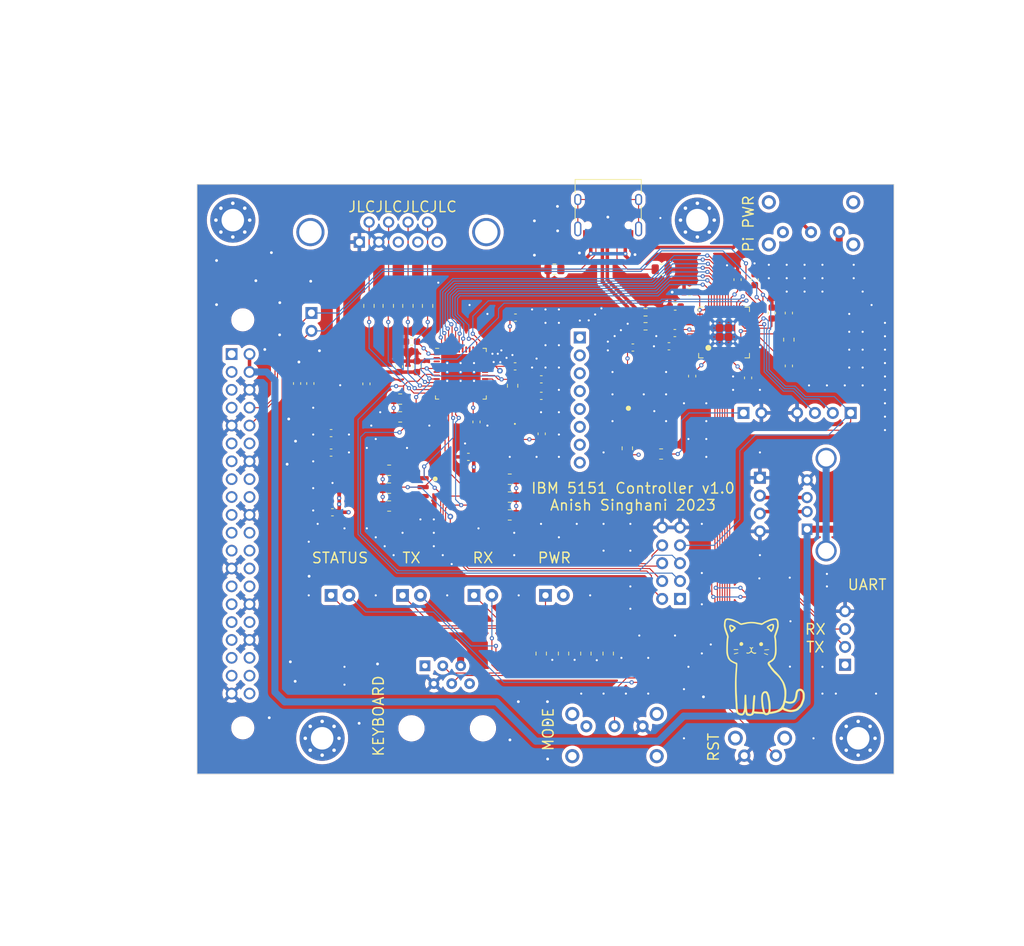
<source format=kicad_pcb>
(kicad_pcb (version 20221018) (generator pcbnew)
  (layers (0 "F.Cu" signal) (1 "In1.Cu" signal) (2 "In2.Cu" signal) (31 "B.Cu" signal) (34 "B.Paste" user) (35 "F.Paste" user) (36 "B.SilkS" user "B.Silkscreen") (37 "F.SilkS" user "F.Silkscreen") (38 "B.Mask" user) (39 "F.Mask" user) (44 "Edge.Cuts" user))
  (net 0 "")
  (net 1 "+5V")
  (net 2 "GND")
  (net 3 "+1V2")
  (net 4 "+3V3")
  (net 5 "Net-(U6-XIN)")
  (net 6 "Net-(C18-Pad1)")
  (net 7 "RP_RSTn")
  (net 8 "Net-(U6-VREG_VOUT)")
  (net 9 "Net-(D1-K)")
  (net 10 "Net-(D2-K)")
  (net 11 "UART_RX")
  (net 12 "Net-(D3-K)")
  (net 13 "UART_TX")
  (net 14 "Net-(D4-K)")
  (net 15 "LED_STATUS")
  (net 16 "Net-(D5-K)")
  (net 17 "FPGA_DONE")
  (net 18 "FPGA_RSTn")
  (net 19 "FPGA_MISO")
  (net 20 "FPGA_MOSI")
  (net 21 "FPGA_SCK")
  (net 22 "FPGA_CSn")
  (net 23 "Net-(J2-CC1)")
  (net 24 "USB_P")
  (net 25 "USB_N")
  (net 27 "Net-(J2-CC2)")
  (net 29 "unconnected-(J2-SHIELD-PadS1)")
  (net 30 "RP_BOOT")
  (net 31 "SWCLK")
  (net 32 "SWDIO")
  (net 33 "FPGA_IF_0")
  (net 34 "FPGA_IF_1")
  (net 35 "FPGA_IF_2")
  (net 36 "FPGA_IF_3")
  (net 37 "FPGA_IF_4")
  (net 38 "FPGA_IF_5")
  (net 39 "FPGA_IF_6")
  (net 40 "FPGA_IF_7")
  (net 41 "KBD_TX")
  (net 42 "KBD_RX")
  (net 46 "Net-(J8-Pad6)")
  (net 47 "Net-(J8-Pad7)")
  (net 48 "Net-(J8-Pad8)")
  (net 49 "Net-(J8-Pad9)")
  (net 50 "Net-(U3-IO2)")
  (net 51 "Net-(U3-IO3)")
  (net 52 "VIDEO_INTENS")
  (net 53 "RP_CSn")
  (net 54 "Net-(U6-XOUT)")
  (net 55 "Net-(U6-USB_DP)")
  (net 56 "Net-(U6-USB_DM)")
  (net 57 "VIDEO_PIXEL")
  (net 58 "VIDEO_HSYNC")
  (net 59 "VIDEO_VSYNC")
  (net 60 "Net-(U5D-VCCPLL)")
  (net 63 "RP_SD1")
  (net 64 "RP_SD2")
  (net 65 "RP_SD0")
  (net 66 "RP_SCK")
  (net 67 "RP_SD3")
  (net 84 "FPGA_OSC")
  (net 89 "FPGA_IF_RST")
  (net 108 "NET_RX")
  (net 109 "NET_TX")
  (net 136 "SW_SEL")
  (net 137 "Net-(J10-D-)")
  (net 138 "Net-(J10-D+)")
  (net 139 "unconnected-(J10-Shield-Pad5)")
  (net 140 "USB_PWR")
  (footprint "Resistor_SMD:R_0805_2012Metric" (layer "F.Cu") (at 109.2454 117.4985 -90)
    (fp_text reference "R20" hide)
    (fp_text value "1k")
  )
  (footprint "Button_Switch_THT:SW_Tactile_SPST_Angled_PTS645Vx58-2LFS" (layer "F.Cu") (at 133.085 132.0015 180)
    (fp_text reference "SW1" hide)
    (fp_text value "RP_RST")
  )
  (footprint "ECS-120-20-3X-TR:XTAL_ECS-120-20-3X-TR" (layer "F.Cu") (at 139.7 72.8472 90)
    (fp_text reference "Y1" hide)
    (fp_text value "ECS-120-20-3X-TR")
  )
  (footprint "Connector_PinSocket_2.54mm:PinSocket_1x04_P2.54mm_Horizontal" (layer "F.Cu") (at 142.92 119.0898 180)
    (fp_text reference "J6" hide)
    (fp_text value "UART_HDR")
  )
  (footprint "Capacitor_SMD:C_0603_1608Metric" (layer "F.Cu") (at 96.012 76.6664)
    (fp_text reference "C9" hide)
    (fp_text value "100n")
  )
  (footprint "Button_Switch_THT:SW_E-Switch_EG1224_SPDT_Angled" (layer "F.Cu") (at 142.08 57.59 180)
    (fp_text reference "SW3" hide)
    (fp_text value "SW_SPDT")
  )
  (footprint "Capacitor_SMD:C_0603_1608Metric" (layer "F.Cu") (at 70.0408 97.409 180)
    (fp_text reference "C6" hide)
    (fp_text value "1u")
  )
  (footprint "Capacitor_SMD:C_0603_1608Metric" (layer "F.Cu") (at 99.7917 86.2584 90)
    (fp_text reference "C11" hide)
    (fp_text value "100n")
  )
  (footprint "Capacitor_SMD:C_0603_1608Metric" (layer "F.Cu") (at 127.635 64.3382 90)
    (fp_text reference "C25" hide)
    (fp_text value "100n")
  )
  (footprint "Resistor_SMD:R_0805_2012Metric" (layer "F.Cu") (at 95.25 95.25 180)
    (fp_text reference "R2" hide)
    (fp_text value "10K")
  )
  (footprint "Capacitor_SMD:C_0603_1608Metric" (layer "F.Cu") (at 117.8814 73.8124 180)
    (fp_text reference "C20" hide)
    (fp_text value "100n")
  )
  (footprint "Package_TO_SOT_SMD:SOT-23-5" (layer "F.Cu") (at 70.056 93.1219 -90)
    (fp_text reference "U2" hide)
    (fp_text value "MIC5504-3.3YM5")
  )
  (footprint "Capacitor_SMD:C_0603_1608Metric" (layer "F.Cu") (at 66.8981 79.1058 -90)
    (fp_text reference "C1" hide)
    (fp_text value "10u")
  )
  (footprint "Connector_PinHeader_2.54mm:PinHeader_1x04_P2.54mm_Vertical" (layer "F.Cu") (at 143.7132 83.2866 -90)
    (fp_text reference "J4" hide)
    (fp_text value "RP_DEBUG")
  )
  (footprint "Capacitor_SMD:C_0603_1608Metric" (layer "F.Cu") (at 121.1834 78.0542 -90)
    (fp_text reference "C23" hide)
    (fp_text value "100n")
  )
  (footprint "Capacitor_SMD:C_0603_1608Metric" (layer "F.Cu") (at 82.042 76.708 90)
    (fp_text reference "C14" hide)
    (fp_text value "10n")
  )
  (footprint "Resistor_SMD:R_0805_2012Metric" (layer "F.Cu") (at 79.6749 81.3155)
    (fp_text reference "R8" hide)
    (fp_text value "2K2")
  )
  (footprint "Package_SO:SOIC-8_5.23x5.23mm_P1.27mm" (layer "F.Cu") (at 113.8936 81.0514 90)
    (fp_text reference "U4" hide)
    (fp_text value "W25Q128JVS")
  )
  (footprint "Connector_PinHeader_2.54mm:PinHeader_2x05_P2.54mm_Vertical" (layer "F.Cu") (at 119.4562 109.728 180)
    (fp_text reference "J12" hide)
    (fp_text value "FPGA_DEBUG")
  )
  (footprint "LED_THT:LED_D5.0mm" (layer "F.Cu") (at 100.33 109.22)
    (fp_text reference "D5" hide)
    (fp_text value "PWRLED")
  )
  (footprint "Button_Switch_THT:SW_E-Switch_EG1224_SPDT_Angled" (layer "F.Cu") (at 106.14 127.83)
    (fp_text reference "SW2" hide)
    (fp_text value "SW_SPDT")
  )
  (footprint "Capacitor_SMD:C_0603_1608Metric" (layer "F.Cu") (at 118.7196 71.9328 180)
    (fp_text reference "C27" hide)
    (fp_text value "100n")
  )
  (footprint "Capacitor_SMD:C_0603_1608Metric" (layer "F.Cu") (at 112.7506 73.9902)
    (fp_text reference "C16" hide)
    (fp_text value "100n")
  )
  (footprint "Resistor_SMD:R_0805_2012Metric" (layer "F.Cu") (at 99.7204 117.4985 -90)
    (fp_text reference "R19" hide)
    (fp_text value "1k")
  )
  (footprint "Capacitor_SMD:C_0603_1608Metric" (layer "F.Cu") (at 120.8024 66.1162 180)
    (fp_text reference "C26" hide)
    (fp_text value "1u")
  )
  (footprint "Resistor_SMD:R_0805_2012Metric" (layer "F.Cu") (at 95.25 97.79 180)
    (fp_text reference "R3" hide)
    (fp_text value "10K")
  )
  (footprint "Resistor_SMD:R_0805_2012Metric" (layer "F.Cu") (at 116.84 62.865)
    (fp_text reference "R10" hide)
    (fp_text value "5K1")
  )
  (footprint "Connector_Dsub:DSUB-9_Female_Horizontal_P2.77x2.84mm_EdgePinOffset7.70mm_Housed_MountingHolesOffset9.12mm" (layer "F.Cu") (at 73.871 59 180)
    (fp_text reference "J8" hide)
    (fp_text value "DE9_Receptacle")
  )
  (footprint "Package_TO_SOT_SMD:SOT-23-5" (layer "F.Cu") (at 96.4129 73.1757 180)
    (fp_text reference "X1" hide)
    (fp_text value "SiT2001BI-S2-33E-12.000000G")
  )
  (footprint "Raspberry_Pi_Zero_W:RASPBERRYPIZEROWV13" (layer "F.Cu") (at 45.7962 98.806 -90)
    (fp_text reference "IC1" hide)
    (fp_text value "Raspberry Pi Zero W" hide)
  )
  (footprint "RP2040:RP2040-QFN-56" (layer "F.Cu") (at 125.7142 71.8481 90)
    (fp_text reference "U6" hide)
    (fp_text value "RP2040")
  )
  (footprint "Resistor_SMD:R_0805_2012Metric" (layer "F.Cu") (at 106.0704 117.4985 -90)
    (fp_text reference "R17" hide)
    (fp_text value "1k")
  )
  (footprint "LED_THT:LED_D5.0mm" (layer "F.Cu") (at 80.01 109.22)
    (fp_text reference "D3" hide)
    (fp_text value "TXLED")
  )
  (footprint "Resistor_SMD:R_0805_2012Metric" (layer "F.Cu") (at 83.566 68.072 90)
    (fp_text reference "R23" hide)
    (fp_text value "10R")
  )
  (footprint "Connector_RJ:RJ12_Amphenol_54601" (layer "F.Cu") (at 83.19 119.23)
    (fp_text reference "J7" hide)
    (fp_text value "KBD_CONN")
  )
  (footprint "LED_THT:LED_D5.0mm" (layer "F.Cu") (at 69.85 109.22)
    (fp_text reference "D4" hide)
    (fp_text value "STLED")
  )
  (footprint "Connector_PinHeader_2.54mm:PinHeader_1x04_P2.54mm_Vertical" (layer "F.Cu") (at 130.81 92.5068)
    (fp_text reference "J11" hide)
    (fp_text value "USB_HDR")
  )
  (footprint "Capacitor_SMD:C_0603_1608Metric" (layer "F.Cu") (at 65.0185 79.1058 -90)
    (fp_text reference "C3" hide)
    (fp_text value "1u")
  )
  (footprint "Connector_PinHeader_2.54mm:PinHeader_1x02_P2.54mm_Vertical" (layer "F.Cu") (at 128.4782 83.2866 90)
    (fp_text reference "J3" hide)
    (fp_text value "BOOT")
  )
  (footprint "Resistor_SMD:R_0603_1608Metric" (layer "F.Cu") (at 114.554 68.9864)
    (fp_text reference "R16" hide)
    (fp_text value "27R")
  )
  (footprint "Capacitor_SMD:C_0603_1608Metric" (layer "F.Cu") (at 134.9248 76.6064 -90)
    (fp_text reference "C17" hide)
    (fp_text value "27p")
  )
  (footprint "Resistor_SMD:R_0603_1608Metric" (layer "F.Cu") (at 114.554 70.9722)
    (fp_text reference "R15" hide)
    (fp_text value "27R")
  )
  (footprint "Connector_PinHeader_2.54mm:PinHeader_1x02_P2.54mm_Vertical" (layer "F.Cu") (at 67.056 69.083)
    (fp_text reference "J9" hide)
    (fp_text value "NET_DBG")
  )
  (footprint "Resistor_SMD:R_0805_2012Metric" (layer "F.Cu") (at 77.978 68.072 90)
    (fp_text reference "R21" hide)
    (fp_text value "10R")
  )
  (footprint "Capacitor_SMD:C_0603_1608Metric" (layer "F.Cu") (at 89.3696 89.535)
    (fp_text reference "C7" hide)
    (fp_text value "100n")
  )
  (footprint "Resistor_SMD:R_0805_2012Metric" (layer "F.Cu") (at 80.772 68.072 90)
    (fp_text reference "R22" hide)
    (fp_text value "10R")
  )
  (footprint "Resistor_SMD:R_0805_2012Metric" (layer "F.Cu") (at 79.6749 83.8555)
    (fp_text reference "R7" hide)
    (fp_text value "2K2")
  )
  (footprint "Capacitor_SMD:C_0603_1608Metric" (layer "F.Cu") (at 134.9248 69.088 90)
    (fp_text reference "C18" hide)
    (fp_text value "27p")
  )
  (footprint "Resistor_SMD:R_0805_2012Metric" (layer "F.Cu") (at 75.2348 68.072 90)
    (fp_text reference "R9" hide)
    (fp_text value "10R")
  )
  (footprint "Connector_USB:USB_A_Molex_67643_Horizontal" (layer "F.Cu") (at 137.515 99.8168 90)
    (fp_text reference "J10" hide)
    (fp_text value "USB_A")
  )
  (footprint "Capacitor_SMD:C_0603_1608Metric" (layer "F.Cu") (at 129.1336 78.3082 -90)
    (fp_text reference "C24" hide)
    (fp_text value "100n")
  )
  (footprint "Resistor_SMD:R_0805_2012Metric" (layer "F.Cu") (at 102.8954 117.4985 -90)
    (fp_text reference "R18" hide)
    (fp_text value "1k")
  )
  (footprint "Diode_SMD:D_SOD-123" (layer "F.Cu") (at 95.9817 85.4049 -90)
    (fp_text reference "D1" hide)
    (fp_text value "MBR130")
  )
  (footprint "MountingHole:MountingHole_3.2mm_M3_Pad_Via" (layer "F.Cu") (at 121.92 55.88)
    (fp_text reference "H2" hide)
    (fp_text value "MountingHole")
  )
  (footprint "Resistor_SMD:R_0805_2012Metric" (layer "F.Cu") (at 78.105 96.52)
    (fp_text reference "R5" hide)
    (fp_text value "10K")
  )
  (footprint "Resistor_SMD:R_0805_2012Metric" (layer "F.Cu") (at 95.25 92.71 180)
    (fp_text reference "R6" hide)
    (fp_text value "10K")
  )
  (footprint "Capacitor_SMD:C_0603_1608Metric" (layer "F.Cu") (at 96.0622 69.7366 180)
    (fp_text reference "C28" hide)
    (fp_text value "100n")
  )
  (footprint "Capacitor_SMD:C_0603_1608Metric" (layer "F.Cu") (at 69.85 88.9254)
    (fp_text reference "C4" hide)
    (fp_text value "1u")
  )
  (footprint "Resistor_SMD:R_0805_2012Metric" (layer "F.Cu") (at 116.7638 89.1286 180)
    (fp_text reference "R12" hide)
    (fp_text value "1k")
  )
  (footprint "Resistor_SMD:R_0805_2012Metric" (layer "F.Cu") (at 95.6564 79.4258 90)
    (fp_text reference "R24" hide)
    (fp_text value "100R")
  )
  (footprint "Capacitor_SMD:C_0603_1608Metric" (layer "F.Cu") (at 132.5118 69.088 90)
    (fp_text reference "C21" hide)
    (fp_text value "100n")
  )
  (footprint "Capacitor_SMD:C_0603_1608Metric" (layer "F.Cu") (at 90.5207 84.5667 -90)
    (fp_text reference "C8" hide)
    (fp_text value "100n")
  )
  (footprint "MountingHole:MountingHole_3.2mm_M3_Pad_Via" (layer "F.Cu") (at 144.78 129.54)
    (fp_text reference "H4" hide)
    (fp_text value "MountingHole")
  )
  (footprint "Resistor_SMD:R_0805_2012Metric" (layer "F.Cu") (at 101.6 62.865 180)
    (fp_text reference "R11" hide)
    (fp_text value "5K1")
  )
  (footprint "Resistor_SMD:R_0805_2012Metric" (layer "F.Cu") (at 111.9632 88.3158 90)
    (fp_text reference "R13" hide)
    (fp_text value "10k, DNF")
  )
  (footprint "Capacitor_SMD:C_0603_1608Metric" (layer "F.Cu") (at 69.85 86.1568)
    (fp_text reference "C2" hide)
    (fp_text value "10u")
  )
  (footprint "Connector_USB:USB_C_Receptacle_HRO_TYPE-C-31-M-12" (layer "F.Cu") (at 109.2454 54 180)
    (fp_text reference "J2" hide)
    (fp_text value "USB_USER")
  )
  (footprint "Resistor_SMD:R_0805_2012Metric" (layer "F.Cu") (at 134.9248 72.8726 90)
    (fp_text reference "R14" hide)
    (fp_text value "1k")
  )
  (footprint "Capacitor_SMD:C_0603_1608Metric" (layer "F.Cu") (at 74.8737 79.1566 -90)
    (fp_text reference "C5" hide)
    (fp_text value "1u")
  )
  (footprint "Capacitor_SMD:C_0603_1608Metric" (layer "F.Cu") (at 79.502 76.708 90)
    (fp_text reference "C12" hide)
    (fp_text value "100n")
  )
  (footprint "LED_THT:LED_D5.0mm" (layer "F.Cu") (at 90.17 109.22)
    (fp_text reference "D2" hide)
    (fp_text value "RXLED")
  )
  (footprint "careers:cat" (layer "F.Cu") (at 131.572 119.38)
    (fp_text reference "G***" hide)
    (fp_text value "LOGO" hide)
  )
  (footprint "MountingHole:MountingHole_3.2mm_M3_Pad_Via" (layer "F.Cu") (at 55.88 55.88)
    (fp_text reference "H1" hide)
    (fp_text value "MountingHole")
  )
  (footprint "Resistor_SMD:R_0805_2012Metric" (layer "F.Cu") (at 78.105 91.44)
    (fp_text reference "R1" hide)
    (fp_text value "10K")
  )
  (footprint "Capacitor_SMD:C_0603_1608Metric" (layer "F.Cu") (at 99.7334 78.5114)
    (fp_text reference "C15" hide)
    (fp_text value "100n")
  )
  (footprint "Capacitor_SMD:C_0603_1608Metric" (layer "F.Cu") (at 81.293 73.152 180)
    (fp_text reference "C10" hide)
    (fp_text value "100n")
  )
  (footprint "Capacitor_SMD:C_0603_1608Metric" (layer "F.Cu") (at 99.7285 80.8583)
    (fp_text reference "C13" hide)
    (fp_text value "10u")
  )
  (footprint "Package_TO_SOT_SMD:SOT-23-5" (layer "F.Cu") (at 70.9621 79.3344)
    (fp_text reference "U1" hide)
    (fp_text value "MIC5504-1.2YM5")
  )
  (footprint "Connector_PinHeader_2.54mm:PinHeader_1x08_P2.54mm_Vertical" (layer "F.Cu") (at 105.2068 72.5678)
    (fp_text reference "J5" hide)
    (fp_text value "FPGA_IF_TP")
  )
  (footprint "Capacitor_SMD:C_0603_1608Metric" (layer "F.Cu") (at 130.0734 64.3382 90)
    (fp_text reference "C19" hide)
    (fp_text value "0.1u")
  )
  (footprint "Capacitor_SMD:C_0603_1608Metric" (layer "F.Cu") (at 118.7704 68.1736 180)
    (fp_text reference "C22" hide)
    (fp_text value "1u")
  )
  (footprint "Package_DFN_QFN:QFN-48-1EP_7x7mm_P0.5mm_EP5.6x5.6mm" (layer "F.Cu") (at 88.3024 77.7155)
    (fp_text reference "U5" hide)
    (fp_text value "ICE40UP5K-SG48ITR")
  )
  (footprint "MountingHole:MountingHole_3.2mm_M3_Pad_Via" (layer "F.Cu") (at 68.58 129.54)
    (fp_text reference "H3" hide)
    (fp_text value "MountingHole")
  )
  (footprint "Package_SO:SOIC-8_5.23x5.23mm_P1.27mm" (layer "F.Cu") (at 86.5329 94.4727)
    (fp_text reference "U3" hide)
    (fp_text value "W25Q32JVSS")
  )
  (footprint "Resistor_SMD:R_0805_2012Metric" (layer "F.Cu") (at 78.105 93.98)
    (fp_text reference "R4" hide)
    (fp_text value "10K")
  )
  (gr_rect (start 50.8 50.8) (end 149.86 134.62) (stroke (width 0.1)) (fill none) (layer "Edge.Cuts"))
  (gr_text "Pi PWR" (at 130.048 56.388 90) (layer "F.SilkS") (effects (font (size 1.5 1.5) (thickness 0.2)) (justify bottom)))
  (gr_text "RST" (at 125.095 130.81 90) (layer "F.SilkS") (effects (font (size 1.5 1.5) (thickness 0.2)) (justify bottom)))
  (gr_text "RX" (at 91.44 104.775) (layer "F.SilkS") (effects (font (size 1.5 1.5) (thickness 0.2)) (justify bottom)))
  (gr_text "KEYBOARD" (at 77.47 126.365 90) (layer "F.SilkS") (effects (font (size 1.5 1.5) (thickness 0.2)) (justify bottom)))
  (gr_text "IBM 5151 Controller v1.0\nAnish Singhani 2023" (at 112.776 97.282) (layer "F.SilkS") (effects (font (size 1.5 1.5) (thickness 0.2)) (justify bottom)))
  (gr_text "MODE" (at 101.6 128.27 90) (layer "F.SilkS") (effects (font (size 1.5 1.5) (thickness 0.2)) (justify bottom)))
  (gr_text "PWR" (at 101.6 104.775) (layer "F.SilkS") (effects (font (size 1.5 1.5) (thickness 0.2)) (justify bottom)))
  (gr_text "TX" (at 138.684 116.586) (layer "F.SilkS") (effects (font (size 1.5 1.5) (thickness 0.2))))
  (gr_text "STATUS" (at 71.12 104.775) (layer "F.SilkS") (effects (font (size 1.5 1.5) (thickness 0.2)) (justify bottom)))
  (gr_text "JLCJLCJLCJLC" (at 72.1614 54.864) (layer "F.SilkS") (effects (font (size 1.5 1.5) (thickness 0.2)) (justify left bottom)))
  (gr_text "RX" (at 138.684 114.046) (layer "F.SilkS") (effects (font (size 1.5 1.5) (thickness 0.2))))
  (gr_text "UART" (at 146.05 108.585) (layer "F.SilkS") (effects (font (size 1.5 1.5) (thickness 0.2)) (justify bottom)))
  (gr_text "TX" (at 81.28 104.775) (layer "F.SilkS") (effects (font (size 1.5 1.5) (thickness 0.2)) (justify bottom)))
  (segment (start 106.77 60.653503) (end 106.768303 60.6552) (width 0.5) (layer "F.Cu") (net 1))
  (segment (start 69.075 86.1568) (end 69.075 88.9254) (width 0.5) (layer "F.Cu") (net 1))
  (segment (start 65.0185 78.3308) (end 66.8981 78.3308) (width 0.5) (layer "F.Cu") (net 1))
  (segment (start 111.67 60.653503) (end 111.671697 60.6552) (width 0.5) (layer "F.Cu") (net 1))
  (segment (start 87.1474 116.3828) (end 67.1068 116.3828) (width 1) (layer "F.Cu") (net 1))
  (segment (start 100.6094 55.1434) (end 99.2632 53.7972) (width 0.5) (layer "F.Cu") (net 1))
  (segment (start 71.006 90.9704) (end 71.006 91.9844) (width 0.5) (layer "F.Cu") (net 1))
  (segment (start 106.768303 59.493697) (end 106.7954 59.4666) (width 0.5) (layer "F.Cu") (net 1))
  (segment (start 67.1068 116.3828) (end 64.6176 113.8936) (width 1) (layer "F.Cu") (net 1))
  (segment (start 64.6176 93.345) (end 65.9782 91.9844) (width 1) (layer "F.Cu") (net 1))
  (segment (start 106.768303 60.6552) (end 106.768303 59.493697) (width 0.5) (layer "F.Cu") (net 1))
  (segment (start 115.7224 59.7662) (end 127.0254 59.7662) (width 0.5) (layer "F.Cu") (net 1))
  (segment (start 70.8406 76.0702) (end 68.58 78.3308) (width 0.5) (layer "F.Cu") (net 1))
  (segment (start 68.58 80.01) (end 68.58 78.3308) (width 0.5) (layer "F.Cu") (net 1))
  (segment (start 88.27 117.5054) (end 87.1474 116.3828) (width 1) (layer "F.Cu") (net 1))
  (segment (start 65.9782 91.9844) (end 69.056 91.9844) (width 1) (layer "F.Cu") (net 1))
  (segment (start 64.6176 113.8936) (end 64.6176 93.345) (width 1) (layer "F.Cu") (net 1))
  (segment (start 105.980903 61.4426) (end 103.2002 61.4426) (width 0.5) (layer "F.Cu") (net 1))
  (segment (start 70.7136 90.678) (end 71.006 90.9704) (width 0.5) (layer "F.Cu") (net 1))
  (segment (start 106.768303 60.6552) (end 105.980903 61.4426) (width 0.5) (layer "F.Cu") (net 1))
  (segment (start 111.671697 60.6552) (end 111.671697 60.916358) (width 0.5) (layer "F.Cu") (net 1))
  (segment (start 70.8406 55.5752) (end 70.8406 76.0702) (width 0.5) (layer "F.Cu") (net 1))
  (segment (start 69.075 91.9534) (end 69.106 91.9844) (width 0.5) (layer "F.Cu") (net 1))
  (segment (start 69.075 88.9254) (end 69.075 90.678) (width 0.5) (layer "F.Cu") (net 1))
  (segment (start 99.2632 53.7972) (end 72.6186 53.7972) (width 0.5) (layer "F.Cu") (net 1))
  (segment (start 72.6186 53.7972) (end 70.8406 55.5752) (width 0.5) (layer "F.Cu") (net 1))
  (segment (start 112.629739 61.8744) (end 113.6142 61.8744) (width 0.5) (layer "F.Cu") (net 1))
  (segment (start 111.671697 59.490303) (end 111.6954 59.4666) (width 0.5) (layer "F.Cu") (net 1))
  (segment (start 111.671697 60.6552) (end 111.671697 59.490303) (width 0.5) (layer "F.Cu") (net 1))
  (segment (start 69.075 90.678) (end 70.7136 90.678) (width 0.5) (layer "F.Cu") (net 1))
  (segment (start 103.2002 61.4426) (end 100.6094 58.8518) (width 0.5) (layer "F.Cu") (net 1))
  (segment (start 68.58 85.6618) (end 69.075 86.1568) (width 0.5) (layer "F.Cu") (net 1))
  (segment (start 136.37 55.88) (end 130.9116 55.88) (width 0.5) (layer "F.Cu") (net 1))
  (segment (start 138.08 57.59) (end 136.37 55.88) (width 0.5) (layer "F.Cu") (net 1))
  (segment (start 66.8981 78.3308) (end 68.58 78.3308) (width 0.5) (layer "F.Cu") (net 1))
  (segment (start 69.075 90.678) (end 69.075 91.9534) (width 0.5) (layer "F.Cu") (net 1))
  (segment (start 113.6142 61.8744) (end 115.7224 59.7662) (width 0.5) (layer "F.Cu") (net 1))
  (segment (start 88.27 119.23) (end 88.27 117.5054) (width 1) (layer "F.Cu") (net 1))
  (segment (start 69.771 78.3308) (end 69.8246 78.3844) (width 0.5) (layer "F.Cu") (net 1))
  (segment (start 68.58 78.3308) (end 69.771 78.3308) (width 0.5) (layer "F.Cu") (net 1))
  (segment (start 106.7954 59.4666) (end 106.7954 58.045) (width 0.5) (layer "F.Cu") (net 1))
  (segment (start 130.9116 55.88) (end 127.0254 59.7662) (width 0.5) (layer "F.Cu") (net 1))
  (segment (start 111.6954 59.4666) (end 111.6954 58.045) (width 0.5) (layer "F.Cu") (net 1))
  (segment (start 111.671697 60.916358) (end 112.629739 61.8744) (width 0.5) (layer "F.Cu") (net 1))
  (segment (start 100.6094 58.8518) (end 100.6094 55.1434) (width 0.5) (layer "F.Cu") (net 1))
  (segment (start 68.58 80.01) (end 68.58 85.6618) (width 0.5) (layer "F.Cu") (net 1))
  (segment (start 69.8246 80.2844) (end 68.8544 80.2844) (width 0.5) (layer "F.Cu") (net 1))
  (via (at 111.671697 60.6552) (size 0.6) (drill 0.3) (layers "F.Cu" "B.Cu") (net 1))
  (via (at 106.768303 60.6552) (size 0.6) (drill 0.3) (layers "F.Cu" "B.Cu") (net 1))
  (segment (start 106.768303 60.6552) (end 111.671697 60.6552) (width 0.5) (layer "B.Cu") (net 1))
  (segment (start 97.5504 74.1257) (end 97.6207 74.1257) (width 0.25) (layer "F.Cu") (net 2))
  (segment (start 129.744434 72.8481) (end 130.822867 73.926533) (width 0.15) (layer "F.Cu") (net 2))
  (segment (start 113.0554 60.7822) (end 112.4954 60.2222) (width 0.5) (layer "F.Cu") (net 2))
  (segment (start 69.8246 79.3344) (end 71.1302 79.3344) (width 0.5) (layer "F.Cu") (net 2))
  (segment (start 97.6207 74.1257) (end 99.06 75.565) (width 0.25) (layer "F.Cu") (net 2))
  (segment (start 112.4954 60.2222) (end 112.4954 58.045) (width 0.5) (layer "F.Cu") (net 2))
  (segment (start 127.635 63.5632) (end 127.3934 63.5632) (width 0.15) (layer "F.Cu") (net 2))
  (segment (start 104.4486 118.411) (end 104.4702 118.3894) (width 1) (layer "F.Cu") (net 2))
  (segment (start 115.57 73.9902) (end 115.7478 73.8124) (width 0.15) (layer "F.Cu") (net 2))
  (segment (start 102.8954 118.411) (end 104.4486 118.411) (width 1) (layer "F.Cu") (net 2))
  (segment (start 107.5906 118.411) (end 107.6198 118.4402) (width 1) (layer "F.Cu") (net 2))
  (segment (start 130.0734 63.5632) (end 130.0734 62.0522) (width 0.15) (layer "F.Cu") (net 2))
  (segment (start 130.0734 62.0522) (end 130.048 62.0268) (width 0.15) (layer "F.Cu") (net 2))
  (segment (start 127.3934 63.5632) (end 126.1364 62.3062) (width 0.15) (layer "F.Cu") (net 2))
  (segment (start 107.649 118.411) (end 109.2454 118.411) (width 1) (layer "F.Cu") (net 2))
  (segment (start 101.2952 118.3894) (end 101.3168 118.411) (width 1) (layer "F.Cu") (net 2))
  (segment (start 120.0274 66.1162) (end 118.3386 66.1162) (width 0.15) (layer "F.Cu") (net 2))
  (segment (start 107.6198 118.4402) (end 107.649 118.411) (width 1) (layer "F.Cu") (net 2))
  (segment (start 71.1302 79.3344) (end 71.1454 79.3496) (width 0.5) (layer "F.Cu") (net 2))
  (segment (start 101.3168 118.411) (end 102.8954 118.411) (width 1) (layer "F.Cu") (net 2))
  (segment (start 116.5098 71.9328) (end 116.078 72.3646) (width 0.15) (layer "F.Cu") (net 2))
  (segment (start 105.9954 59.7142) (end 105.9954 58.045) (width 0.5) (layer "F.Cu") (net 2))
  (segment (start 104.4918 118.411) (end 106.0704 118.411) (width 1) (layer "F.Cu") (net 2))
  (segment (start 129.1517 72.8481) (end 129.744434 72.8481) (width 0.15) (layer "F.Cu") (net 2))
  (segment (start 70.056 91.9844) (end 70.056 93.2406) (width 0.5) (layer "F.Cu") (net 2))
  (segment (start 99.7204 118.411) (end 101.2736 118.411) (width 1) (layer "F.Cu") (net 2))
  (segment (start 127.635 63.5632) (end 127.622 63.5632) (width 0.15) (layer "F.Cu") (net 2))
  (segment (start 106.0704 118.411) (end 107.5906 118.411) (width 1) (layer "F.Cu") (net 2))
  (segment (start 105.9954 59.7142) (end 105.156 60.5536) (width 0.5) (layer "F.Cu") (net 2))
  (segment (start 104.4702 118.3894) (end 104.4918 118.411) (width 1) (layer "F.Cu") (net 2))
  (segment (start 115.7986 84.6514) (end 115.7986 83.0326) (width 0.15) (layer "F.Cu") (net 2))
  (segment (start 70.056 93.2406) (end 70.0532 93.2434) (width 0.5) (layer "F.Cu") (net 2))
  (segment (start 117.9446 71.9328) (end 116.5098 71.9328) (width 0.15) (layer "F.Cu") (net 2))
  (segment (start 117.1064 73.8124) (end 115.7478 73.8124) (width 0.15) (layer "F.Cu") (net 2))
  (segment (start 101.2736 118.411) (end 101.2952 118.3894) (width 1) (layer "F.Cu") (net 2))
  (segment (start 113.5256 73.9902) (end 115.57 73.9902) (width 0.15) (layer "F.Cu") (net 2))
  (via (at 127 78.105) (size 0.6) (drill 0.3) (layers "F.Cu" "B.Cu") (net 2))
  (via (at 143.51 69.215) (size 0.6) (drill 0.3) (layers "F.Cu" "B.Cu") (net 2))
  (via (at 122.555 110.49) (size 0.6) (drill 0.3) (layers "F.Cu" "B.Cu") (net 2))
  (via (at 67.945 99.06) (size 0.6) (drill 0.3) (layers "F.Cu" "B.Cu") (net 2))
  (via (at 134.62 64.135) (size 0.6) (drill 0.3) (layers "F.Cu" "B.Cu") (net 2))
  (via (at 73.8378 127.4064) (size 0.8) (drill 0.4) (layers "F.Cu" "B.Cu") (net 2))
  (via (at 113.665 114.935) (size 0.6) (drill 0.3) (layers "F.Cu" "B.Cu") (net 2))
  (via (at 68.199 74.4474) (size 0.8) (drill 0.4) (layers "F.Cu" "B.Cu") (net 2))
  (via (at 109.855 77.47) (size 0.6) (drill 0.3) (layers "F.Cu" "B.Cu") (net 2))
  (via (at 104.4702 118.3894) (size 0.6) (drill 0.3) (layers "F.Cu" "B.Cu") (net 2))
  (via (at 98.425 76.835) (size 0.6) (drill 0.3) (layers "F.Cu" "B.Cu") (net 2))
  (via (at 100.6094 124.333) (size 0.8) (drill 0.4) (layers "F.Cu" "B.Cu") (net 2))
  (via (at 118.745 114.935) (size 0.6) (drill 0.3) (layers "F.Cu" "B.Cu") (net 2))
  (via (at 89.535 67.945) (size 0.6) (drill 0.3) (layers "F.Cu" "B.Cu") (net 2))
  (via (at 132.08 64.135) (size 0.6) (drill 0.3) (layers "F.Cu" "B.Cu") (net 2))
  (via (at 109.855 80.645) (size 0.6) (drill 0.3) (layers "F.Cu" "B.Cu") (net 2))
  (via (at 145.415 79.375) (size 0.6) (drill 0.3) (layers "F.Cu" "B.Cu") (net 2))
  (via (at 116.6622 55.5752) (size 0.6) (drill 0.3) (layers "F.Cu" "B.Cu") (net 2))
  (via (at 143.51 76.835) (size 0.6) (drill 0.3) (layers "F.Cu" "B.Cu") (net 2))
  (via (at 102.235 83.185) (size 0.6) (drill 0.3) (layers "F.Cu" "B.Cu") (net 2))
  (via (at 100.33 76.835) (size 0.6) (drill 0.3) (layers "F.Cu" "B.Cu") (net 2))
  (via (at 123.19 86.995) (size 0.6) (drill 0.3) (layers "F.Cu" "B.Cu") (net 2))
  (via (at 130.822867 73.926533) (size 0.6) (drill 0.3) (layers "F.Cu" "B.Cu") (net 2))
  (via (at 139.7 64.135) (size 0.6) (drill 0.3) (layers "F.Cu" "B.Cu") (net 2))
  (via (at 66.7258 106.5022) (size 0.8) (drill 0.4) (layers "F.Cu" "B.Cu") (net 2))
  (via (at 84.455 102.235) (size 0.6) (drill 0.3) (layers "F.Cu" "B.Cu") (net 2))
  (via (at 53.5686 61.6204) (size 0.8) (drill 0.4) (layers "F.Cu" "B.Cu") (net 2))
  (via (at 72.39 86.36) (size 0.6) (drill 0.3) (layers "F.Cu" "B.Cu") (net 2))
  (via (at 100.33 73.66) (size 0.6) (drill 0.3) (layers "F.Cu" "B.Cu") (net 2))
  (via (at 95.885 103.505) (size 0.6) (drill 0.3) (layers "F.Cu" "B.Cu") (net 2))
  (via (at 130.7338 106.807) (size 0.6) (drill 0.3) (layers "F.Cu" "B.Cu") (net 2))
  (via (at 63.6016 90.5764) (size 0.8) (drill 0.4) (layers "F.Cu" "B.Cu") (net 2))
  (via (at 145.415 66.04) (size 0.6) (drill 0.3) (layers "F.Cu" "B.Cu") (net 2))
  (via (at 76.2 100.965) (size 0.6) (drill 0.3) (layers "F.Cu" "B.Cu") (net 2))
  (via (at 116.078 72.3646) (size 0.6) (drill 0.3) (layers "F.Cu" "B.Cu") (net 2))
  (via (at 117.475 80.645) (size 0.6) (drill 0.3) (layers "F.Cu" "B.Cu") (net 2))
  (via (at 85.725 103.505) (size 0.6) (drill 0.3) (layers "F.Cu" "B.Cu") (net 2))
  (via (at 102.235 100.965) (size 0.6) (drill 0.3) (layers "F.Cu" "B.Cu") (net 2))
  (via (at 98.7552 60.8584) (size 0.8) (drill 0.4) (layers "F.Cu" "B.Cu") (net 2))
  (via (at 112.395 99.06) (size 0.6) (drill 0.3) (layers "F.Cu" "B.Cu") (net 2))
  (via (at 86.995 104.775) (size 0.6) (drill 0.3) (layers "F.Cu" "B.Cu") (net 2))
  (via (at 67.31 93.98) (size 0.6) (drill 0.3) (layers "F.Cu" "B.Cu") (net 2))
  (via (at 102.235 76.835) (size 0.6) (drill 0.3) (layers "F.Cu" "B.Cu") (net 2))
  (via (at 139.7 119.38) (size 0.6) (drill 0.3) (layers "F.Cu" "B.Cu") (net 2))
  (via (at 109.855 84.455) (size 0.6) (drill 0.3) (layers "F.Cu" "B.Cu") (net 2))
  (via (at 140.335 107.95) (size 0.6) (drill 0.3) (layers "F.Cu" "B.Cu") (net 2))
  (via (at 102.0318 53.9242) (size 0.8) (drill 0.4) (layers "F.Cu" "B.Cu") (net 2))
  (via (at 92.7862 74.8792) (size 0.6) (drill 0.3) (layers "F.Cu" "B.Cu") (net 2))
  (via (at 71.755 119.38) (size 0.6) (drill 0.3) (layers "F.Cu" "B.Cu") (net 2))
  (via (at 138.43 129.54) (size 0.6) (drill 0.3) (layers "F.Cu" "B.Cu") (net 2))
  (via (at 109.1946 55.4482) (size 0.8) (drill 0.4) (layers "F.Cu" "B.Cu") (net 2))
  (via (at 132.08 62.23) (size 0.6) (drill 0.3) (layers "F.Cu" "B.Cu") (net 2))
  (via (at 144.145 64.135) (size 0.6) (drill 0.3) (layers "F.Cu" "B.Cu") (net 2))
  (via (at 130.81 88.9) (size 0.6) (drill 0.3) (layers "F.Cu" "B.Cu") (net 2))
  (via (at 60.4266 74.2696) (size 0.8) (drill 0.4) (layers "F.Cu" "B.Cu") (net 2))
  (via (at 108.585 123.19) (size 0.6) (drill 0.3) (layers "F.Cu" "B.Cu") (net 2))
  (via (at 130.048 62.0268) (size 0.6) (drill 0.3) (layers "F.Cu" "B.Cu") (net 2))
  (via (at 137.16 66.04) (size 0.6) (drill 0.3) (layers "F.Cu" "B.Cu") (net 2))
  (via (at 102.235 80.01) (size 0.6) (drill 0.3) (layers "F.Cu" "B.Cu") (net 2))
  (via (at 120.65 86.995) (size 0.6) (drill 0.3) (layers "F.Cu" "B.Cu") (net 2))
  (via (at 134.62 66.04) (size 0.6) (drill 0.3) (layers "F.Cu" "B.Cu") (net 2))
  (via (at 114.935 123.19) (size 0.6) (drill 0.3) (layers "F.Cu" "B.Cu") (net 2))
  (via (at 93.9038 76.073) (size 0.6) (drill 0.3) (layers "F.Cu" "B.Cu") (net 2))
  (via (at 86.36 76.2) (size 0.6) (drill 0.3) (layers "F.Cu" "B.Cu") (net 2))
  (via (at 100.33 70.485) (size 0.6) (drill 0.3) (layers "F.Cu" "B.Cu") (net 2))
  (via (at 95.631 75.057) (size 0.6) (drill 0.3) (layers "F.Cu" "B.Cu") (net 2))
  (via (at 148.59 76.2) (size 0.6) (drill 0.3) (layers "F.Cu" "B.Cu") (net 2))
  (via (at 72.39 88.9) (size 0.6) (drill 0.3) (layers "F.Cu" "B.Cu") (net 2))
  (via (at 113.0554 60.7822) (size 0.8) (drill 0.4) (layers "F.Cu" "B.Cu") (net 2))
  (via (at 148.59 70.485) (size 0.6) (drill 0.3) (layers "F.Cu" "B.Cu") (net 2))
  (via (at 102.235 86.36) (size 0.6) (drill 0.3) (layers "F.Cu" "B.Cu") (net 2))
  (via (at 120.015 122.555) (size 0.6) (drill 0.3) (layers "F.Cu" "B.Cu") (net 2))
  (via (at 109.1946 74.3966) (size 0.6) (drill 0.3) (layers "F.Cu" "B.Cu") (net 2))
  (via (at 106.4768 70.1294) (size 0.6) (drill 0.3) (layers "F.Cu" "B.Cu") (net 2))
  (via (at 120.015 81.915) (size 0.6) (drill 0.3) (layers "F.Cu" "B.Cu") (net 2))
  (via (at 117.475 84.455) (size 0.6) (drill 0.3) (layers "F.Cu" "B.Cu") (net 2))
  (via (at 85.09 64.77) (size 0.6) (drill 0.3) (layers "F.Cu" "B.Cu") (net 2))
  (via (at 71.1454 79.3496) (size 0.6) (drill 0.3) (layers "F.Cu" "B.Cu") (net 2))
  (via (at 115.7986 83.0326) (size 0.6) (drill 0.3) (layers "F.Cu" "B.Cu") (net 2))
  (via (at 64.0588 118.6688) (size 0.8) (drill 0.4) (layers "F.Cu" "B.Cu") (net 2))
  (via (at 86.36 77.47) (size 0.6) (drill 0.3) (layers "F.Cu" "B.Cu") (net 2))
  (via (at 88.265 76.2) (size 0.6) (drill 0.3) (layers "F.Cu" "B.Cu") (net 2))
  (via (at 105.156 60.5536) (size 0.8) (drill 0.4) (layers "F.Cu" "B.Cu") (net 2))
  (via (at 62.5348 72.1868) (size 0.8) (drill 0.4) (layers "F.Cu" "B.Cu") (net 2))
  (via (at 63.8302 84.1502) (size 0.8) (drill 0.4) (layers "F.Cu" "B.Cu") (net 2))
  (via (at 123.19 84.455) (size 0.6) (drill 0.3) (layers "F.Cu" "B.Cu") (net 2))
  (via (at 120.015 129.54) (size 0.6) (drill 0.3) (layers "F.Cu" "B.Cu") (net 2))
  (via (at 105.41 123.19) (size 0.6) (drill 0.3) (layers "F.Cu" "B.Cu") (net 2))
  (via (at 148.59 83.82) (size 0.6) (drill 0.3) (layers "F.Cu" "B.Cu") (net 2))
  (via (at 102.235 89.535) (size 0.6) (drill 0.3) (layers "F.Cu" "B.Cu") (net 2))
  (via (at 76.835 83.185) (size 0.6) (drill 0.3) (layers "F.Cu" "B.Cu") (net 2))
  (via (at 90.17 77.47) (size 0.6) (drill 0.3) (layers "F.Cu" "B.Cu") (net 2))
  (via (at 92.964 76.0476) (size 0.6) (drill 0.3) (layers "F.Cu" "B.Cu") (net 2))
  (via (at 148.59 80.01) (size 0.6) (drill 0.3) (layers "F.Cu" "B.Cu") (net 2))
  (via (at 84.455 100.33) (size 0.6) (drill 0.3) (layers "F.Cu" "B.Cu") (net 2))
  (via (at 112.014 70.612) (size 0.6) (drill 0.3) (layers "F.Cu" "B.Cu") (net 2))
  (via (at 102.0572 57.404) (size 0.8) (drill 0.4) (layers "F.Cu" "B.Cu") (net 2))
  (via (at 137.795 79.375) (size 0.6) (drill 0.3) (layers "F.Cu" "B.Cu") (net 2))
  (via (at 122.555 99.06) (size 0.6) (drill 0.3) (layers "F.Cu" "B.Cu") (net 2))
  (via (at 122.555 106.045) (size 0.6) (drill 0.3) (layers "F.Cu" "B.Cu") (net 2))
  (via (at 148.59 74.295) (size 0.6) (drill 0.3) (layers "F.Cu" "B.Cu") (net 2))
  (via (at 76.454 118.9736) (size 0.8) (drill 0.4) (layers "F.Cu" "B.Cu") (net 2))
  (via (at 96.4692 124.333) (size 0.8) (drill 0.4) (layers "F.Cu" "B.Cu") (net 2))
  (via (at 53.5686 67.8942) (size 0.8) (drill 0.4) (layers "F.Cu" "B.Cu") (net 2))
  (via (at 102.235 70.485) (size 0.6) (drill 0.3) (layers "F.Cu" "B.Cu") (net 2))
  (via (at 105.2068 70.1548) (size 0.6) (drill 0.3) (layers "F.Cu" "B.Cu") (net 2))
  (via (at 76.2 109.22) (size 0.6) (drill 0.3) (layers "F.Cu" "B.Cu") (net 2))
  (via (at 102.235 68.58) (size 0.6) (drill 0.3) (layers "F.Cu" "B.Cu") (net 2))
  (via (at 86.36 109.22) (size 0.6) (drill 0.3) (layers "F.Cu" "B.Cu") (net 2))
  (via (at 148.59 78.105) (size 0.6) (drill 0.3) (layers "F.Cu" "B.Cu") (net 2))
  (via (at 114.3 80.645) (size 0.6) (drill 0.3) (layers "F.Cu" "B.Cu") (net 2))
  (via (at 66.675 101.6) (size 0.6) (drill 0.3) (layers "F.Cu" "B.Cu") (net 2))
  (via (at 70.0532 93.2434) (size 0.6) (drill 0.3) (layers "F.Cu" "B.Cu") (net 2))
  (via (at 99.06 89.535) (size 0.6) (drill 0.3) (layers "F.Cu" "B.Cu") (net 2))
  (via (at 61.3664 60.5028) (size 0.8) (drill 0.4) (layers "F.Cu" "B.Cu") (net 2))
  (via (at 146.685 67.945) (size 0.6) (drill 0.3) (layers "F.Cu" "B.Cu") (net 2))
  (via (at 112.395 107.95) (size 0.6) (drill 0.3) (layers "F.Cu" "B.Cu") (net 2))
  (via (at 112.395 102.87) (size 0.6) (drill 0.3) (layers "F.Cu" "B.Cu") (net 2))
  (via (at 144.145 62.23) (size 0.6) (drill 0.3) (layers "F.Cu" "B.Cu") (net 2))
  (via (at 95.2754 129.7686) (size 0.8) (drill 0.4) (layers "F.Cu" "B.Cu") (net 2))
  (via (at 130.81 103.505) (size 0.6) (drill 0.3) (layers "F.Cu" "B.Cu") (net 2))
  (via (at 111.125 118.11) (size 0.6) (drill 0.3) (layers "F.Cu" "B.Cu") (net 2))
  (via (at 147.32 123.19) (size 0.6) (drill 0.3) (layers "F.Cu" "B.Cu") (net 2))
  (via (at 76.2 86.995) (size 0.6) (drill 0.3) (layers "F.Cu" "B.Cu") (net 2))
  (via (at 143.51 74.295) (size 0.6) (drill 0.3) (layers "F.Cu" "B.Cu") (net 2))
  (via (at 143.51 71.755) (size 0.6) (drill 0.3) (layers "F.Cu" "B.Cu") (net 2))
  (via (at 123.19 89.535) (size 0.6) (drill 0.3) (layers "F.Cu" "B.Cu") (net 2))
  (via (at 137.16 62.23) (size 0.6) (drill 0.3) (layers "F.Cu" "B.Cu") (net 2))
  (via (at 145.415 71.755) (size 0.6) (drill 0.3) (layers "F.Cu" "B.Cu") (net 2))
  (via (at 122.7836 123.6472) (size 0.8) (drill 0.4) (layers "F.Cu" "B.Cu") (net 2))
  (via (at 139.7 62.23) (size 0.6) (drill 0.3) (layers "F.Cu" "B.Cu") (net 2))
  (via (at 88.265 78.74) (size 0.6) (drill 0.3) (layers "F.Cu" "B.Cu") (net 2))
  (via (at 122.555 117.475) (size 0.6) (drill 0.3) (layers "F.Cu" "B.Cu") (net 2))
  (via (at 100.6348 127.3556) (size 0.8) (drill 0.4) (layers "F.Cu" "B.Cu") (net 2))
  (via (at 83.82 85.09) (size 0.6) (drill 0.3) (layers "F.Cu" "B.Cu") (net 2))
  (via (at 67.31 86.36) (size 0.6) (drill 0.3) (layers "F.Cu" "B.Cu") (net 2))
  (via (at 106.68 109.22) (size 0.6) (drill 0.3) (layers "F.Cu" "B.Cu") (net 2))
  (via (at 67.31 90.17) (size 0.6) (drill 0.3) (layers "F.Cu" "B.Cu") (net 2))
  (via (at 145.415 74.295) (size 0.6) (drill 0.3) (layers "F.Cu" "B.Cu") (net 2))
  (via (at 65.278 76.0476) (size 0.8) (drill 0.4) (layers "F.Cu" "B.Cu") (net 2))
  (via (at 111.76 123.19) (size 0.6) (drill 0.3) (layers "F.Cu" "B.Cu") (net 2))
  (via (at 108.2802 68.4276) (size 0.6) (drill 0.3) (layers "F.Cu" "B.Cu") (net 2))
  (via (at 120.65 119.38) (size 0.6) (drill 0.3) (layers "F.Cu" "B.Cu") (net 2))
  (via (at 66.675 109.22) (size 0.6) (drill 0.3) (layers "F.Cu" "B.Cu") (net 2))
  (via (at 108.585 99.06) (size 0.6) (drill 0.3) (layers "F.Cu" "B.Cu") (net 2))
  (via (at 127 80.01) (size 0.6) (drill 0.3) (layers "F.Cu" "B.Cu") (net 2))
  (via (at 71.755 121.92) (size 0.6) (drill 0.3) (layers "F.Cu" "B.Cu") (net 2))
  (via (at 74.93 99.695) (size 0.6) (drill 0.3) (layers "F.Cu" "B.Cu") (net 2))
  (via (at 67.31 97.155) (size 0.6) (drill 0.3) (layers "F.Cu" "B.Cu") (net 2))
  (via (at 145.415 76.835) (size 0.6) (drill 0.3) (layers "F.Cu" "B.Cu") (net 2))
  (via (at 62.5602 67.6148) (size 0.8) (drill 0.4) (layers "F.Cu" "B.Cu") (net 2))
  (via (at 101.2952 118.3894) (size 0.6) (drill 0.3) (layers "F.Cu" "B.Cu") (net 2))
  (via (at 107.6198 118.4402) (size 0.6) (drill 0.3) (layers "F.Cu" "B.Cu") (net 2))
  (via (at 148.59 72.39) (size 0.6) (drill 0.3) (layers "F.Cu" "B.Cu") (net 2))
  (via (at 94.0562 74.3966) (size 0.6) (drill 0.3) (layers "F.Cu" "B.Cu") (net 2))
  (via (at 67.31 82.55) (size 0.6) (drill 0.3) (layers "F.Cu" "B.Cu") (net 2))
  (via (at 102.235 73.66) (size 0.6) (drill 0.3) (layers "F.Cu" "B.Cu") (net 2))
  (via (at 141.605 123.19) (size 0.6) (drill 0.3) (layers "F.Cu" "B.Cu") (net 2))
  (via (at 78.74 103.505) (size 0.6) (drill 0.3) (layers "F.Cu" "B.Cu") (net 2))
  (via (at 142.875 79.375) (size 0.6) (drill 0.3) (layers "F.Cu" "B.Cu") (net 2))
  (via (at 95.885 100.33) (size 0.6) (drill 0.3) (layers "F.Cu" "B.Cu") (net 2))
  (via (at 117.475 77.47) (size 0.6) (drill 0.3) (layers "F.Cu" "B.Cu") (net 2))
  (via (at 80.01 100.33) (size 0.6) (drill 0.3) (layers "F.Cu" "B.Cu") (net 2))
  (via (at 77.47 102.235) (size 0.6) (drill 0.3) (layers "F.Cu" "B.Cu") (net 2))
  (via (at 140.335 79.375) (size 0.6) (drill 0.3) (layers "F.Cu" "B.Cu") (net 2))
  (via (at 88.265 77.47) (size 0.6) (drill 0.3) (layers "F.Cu" "B.Cu") (net 2))
  (via (at 104.775 99.06) (size 0.6) (drill 0.3) (layers "F.Cu" "B.Cu") (net 2))
  (via (at 86.36 78.74) (size 0.6) (drill 0.3) (layers "F.Cu" "B.Cu") (net 2))
  (via (at 90.805 99.695) (size 0.6) (drill 0.3) (layers "F.Cu" "B.Cu") (net 2))
  (via (at 139.7 66.04) (size 0.6) (drill 0.3) (layers "F.Cu" "B.Cu") (net 2))
  (via (at 88.9 87.63) (size 0.6) (drill 0.3) (layers "F.Cu" "B.Cu") (net 2))
  (via (at 123.825 116.205) (size 0.6) (drill 0.3) (layers "F.Cu" "B.Cu") (net 2))
  (via (at 112.395 111.125) (size 0.6) (drill 0.3) (layers "F.Cu" "B.Cu") (net 2))
  (via (at 118.3386 66.1162) (size 0.8) (drill 0.4) (layers "F.Cu" "B.Cu") (net 2))
  (via (at 137.16 64.135) (size 0.6) (drill 0.3) (layers "F.Cu" "B.Cu") (net 2))
  (via (at 100.6348 132.4864) (size 0.8) (drill 0.4) (layers "F.Cu" "B.Cu") (net 2))
  (via (at 123.19 81.915) (size 0.6) (drill 0.3) (layers "F.Cu" "B.Cu") (net 2))
  (via (at 66.9544 64.5668) (size 0.8) (drill 0.4) (layers "F.Cu" "B.Cu") (net 2))
  (via (at 90.17 78.74) (size 0.6) (drill 0.3) (layers "F.Cu" "B.Cu") (net 2))
  (via (at 93.5482 74.8792) (size 0.6) (drill 0.3) (layers "F.Cu" "B.Cu") (net 2))
  (via (at 95.25 89.535) (size 0.6) (drill 0.3) (layers "F.Cu" "B.Cu") (net 2))
  (via (at 64.7954 87.2998) (size 0.8) (drill 0.4) (layers "F.Cu" "B.Cu") (net 2))
  (via (at 84.455 98.425) (size 0.6) (drill 0.3) (layers "F.Cu" "B.Cu") (net 2))
  (via (at 148.59 81.915) (size 0.6) (drill 0.3) (layers "F.Cu" "B.Cu") (net 2))
  (via (at 98.7552 55.9816) (size 0.8) (drill 0.4) (layers "F.Cu" "B.Cu") (net 2))
  (via (at 110.1598 72.3646) (size 0.6) (drill 0.3) (layers "F.Cu" "B.Cu") (net 2))
  (via (at 75.565 85.09) (size 0.6) (drill 0.3) (layers "F.Cu" "B.Cu") (net 2))
  (via (at 100.33 68.58) (size 0.6) (drill 0.3) (layers "F.Cu" "B.Cu") (net 2))
  (via (at 99.695 99.06) (size 0.6) (drill 0.3) (layers "F.Cu" "B.Cu") (net 2))
  (via (at 130.81 80.01) (size 0.6) (drill 0.3) (layers "F.Cu" "B.Cu") (net 2))
  (via (at 111.0488 71.5264) (size 0.6) (drill 0.3) (layers "F.Cu" "B.Cu") (net 2))
  (via (at 80.645 88.265) (size 0.6) (drill 0.3) (layers "F.Cu" "B.Cu") (net 2))
  (via (at 64.7446 121.4374) (size 0.8) (drill 0.4) (layers "F.Cu" "B.Cu") (net 2))
  (via (at 108.585 88.9) (size 0.6) (drill 0.3) (layers "F.Cu" "B.Cu") (net 2))
  (via (at 139.7 123.19) (size 0.6) (drill 0.3) (layers "F.Cu" "B.Cu") (net 2))
  (via (at 90.17 76.2) (size 0.6) (drill 0.3) (layers "F.Cu" "B.Cu") (net 2))
  (via (at 126.1364 62.3062) (size 0.6) (drill 0.3) (layers "F.Cu" "B.Cu") (net 2))
  (via (at 96.52 109.22) (size 0.6) (drill 0.3) (layers "F.Cu" "B.Cu") (net 2))
  (via (at 74.93 88.265) (size 0.6) (drill 0.3) (layers "F.Cu" "B.Cu") (net 2))
  (via (at 99.695 83.185) (size 0.6) (drill 0.3) (layers "F.Cu" "B.Cu") (net 2))
  (via (at 98.425 68.58) (size 0.6) (drill 0.3) (layers "F.Cu" "B.Cu") (net 2))
  (via (at 140.335 106.172) (size 0.6) (drill 0.3) (layers "F.Cu" "B.Cu") (net 2))
  (via (at 135.0772 119.3546) (size 0.6) (drill 0.3) (layers "F.Cu" "B.Cu") (net 2))
  (via (at 59.1566 64.4906) (size 0.8) (drill 0.4) (layers "F.Cu" "B.Cu") (net 2))
  (via (at 148.59 85.725) (size 0.6) (drill 0.3) (layers "F.Cu" "B.Cu") (net 2))
  (via (at 114.935 118.11) (size 0.6) (drill 0.3) (layers "F.Cu" "B.Cu") (net 2))
  (via (at 82.55 98.425) (size 0.6) (drill 0.3) (layers "F.Cu" "B.Cu") (net 2))
  (via (at 108.585 102.87) (size 0.6) (drill 0.3) (layers "F.Cu" "B.Cu") (net 2))
  (via (at 94.7928 75.4634) (size 0.6) (drill 0.3) (layers "F.Cu" "B.Cu") (net 2))
  (via (at 71.755 99.695) (size 0.6) (drill 0.3) (layers "F.Cu" "B.Cu") (net 2))
  (via (at 115.7478 73.8124) (size 0.6) (drill 0.3) (layers "F.Cu" "B.Cu") (net 2))
  (via (at 92.075 85.09) (size 0.6) (drill 0.3) (layers "F.Cu" "B.Cu") (net 2))
  (via (at 99.06 75.565) (size 0.6) (drill 0.3) (layers "F.Cu" "B.Cu") (net 2))
  (via (at 135.0518 106.7054) (size 0.6) (drill 0.3) (layers "F.Cu" "B.Cu") (net 2))
  (via (at 135.1534 112.903) (size 0.6) (drill 0.3) (layers "F.Cu" "B.Cu") (net 2))
  (via (at 107.3912 69.2912) (size 0.6) (drill 0.3) (layers "F.Cu" "B.Cu") (net 2))
  (via (at 61.0616 126.619) (size 0.8) (drill 0.4) (layers "F.Cu" "B.Cu") (net 2))
  (via (at 134.62 62.23) (size 0.6) (drill 0.3) (layers "F.Cu" "B.Cu") (net 2))
  (via (at 109.1946 73.152) (size 0.6) (drill 0.3) (layers "F.Cu" "B.Cu") (net 2))
  (via (at 92.075 69.215) (size 0.6) (drill 0.3) (layers "F.Cu" "B.Cu") (net 2))
  (segment (start 125.7142 71.8481) (end 124.4392 71.8481) (width 0.15) (layer "B.Cu") (net 2))
  (segment (start 125.7142 70.5731) (end 125.7142 71.8481) (width 0.15) (layer "B.Cu") (net 2))
  (segment (start 126.9892 71.8481) (end 126.9892 73.1231) (width 0.15) (layer "B.Cu") (net 2))
  (segment (start 125.7142 70.5731) (end 126.9892 70.5731) (width 0.15) (layer "B.Cu") (net 2))
  (segment (start 126.9892 73.1231) (end 125.7142 73.1231) (width 0.15) (layer "B.Cu") (net 2))
  (segment (start 126.9892 70.5731) (end 126.9892 71.8481) (width 0.15) (layer "B.Cu") (net 2))
  (segment (start 124.4392 70.5731) (end 125.7142 70.5731) (width 0.15) (layer "B.Cu") (net 2))
  (segment (start 125.7142 71.8481) (end 125.7142 73.1231) (width 0.15) (layer "B.Cu") (net 2))
  (segment (start 124.4392 73.1231) (end 124.4392 71.8481) (width 0.15) (layer "B.Cu") (net 2))
  (segment (start 126.9892 71.8481) (end 125.7142 71.8481) (width 0.15) (layer "B.Cu") (net 2))
  (segment (start 124.4392 71.8481) (end 124.4392 70.5731) (width 0.15) (layer "B.Cu") (net 2))
  (segment (start 125.7142 73.1231) (end 124.4392 73.1231) (width 0.15) (layer "B.Cu") (net 2))
  (segment (start 93.091 77.978) (end 93.6263 78.5133) (width 0.15) (layer "F.Cu") (net 3))
  (segment (start 98.9535 80.8583) (end 98.9584 80.8534) (width 0.15) (layer "F.Cu") (net 3))
  (segment (start 82.5595 76.9655) (end 82.042 77.483) (width 0.15) (layer "F.Cu") (net 3))
  (segment (start 84.8649 76.9655) (end 82.5595 76.9655) (width 0.15) (layer "F.Cu") (net 3))
  (segment (start 74.8709 78.3844) (end 74.8737 78.3816) (width 0.5) (layer "F.Cu") (net 3))
  (segment (start 95.6583 78.5114) (end 95.6564 78.5133) (width 0.15) (layer "F.Cu") (net 3))
  (segment (start 94.0816 78.5133) (end 95.6564 78.5133) (width 0.15) (layer "F.Cu") (net 3))
  (segment (start 91.7399 77.9655) (end 93.0785 77.9655) (width 0.15) (layer "F.Cu") (net 3))
  (segment (start 79.502 77.483) (end 75.7723 77.483) (width 0.5) (layer "F.Cu") (net 3))
  (segment (start 72.0996 78.3844) (end 74.8709 78.3844) (width 0.5) (layer "F.Cu") (net 3))
  (segment (start 75.7723 77.483) (end 74.8737 78.3816) (width 0.5) (layer "F.Cu") (net 3))
  (segment (start 98.9584 78.5114) (end 95.6583 78.5114) (width 0.15) (layer "F.Cu") (net 3))
  (segment (start 98.9584 80.8534) (end 98.9584 78.5114) (width 0.15) (layer "F.Cu") (net 3))
  (segment (start 93.6263 78.5133) (end 94.0816 78.5133) (width 0.15) (layer "F.Cu") (net 3))
  (segment (start 93.0785 77.9655) (end 93.091 77.978) (width 0.15) (layer "F.Cu") (net 3))
  (segment (start 79.502 77.483) (end 82.042 77.483) (width 0.5) (layer "F.Cu") (net 3))
  (via (at 83.439 76.962) (size 0.6) (drill 0.3) (layers "F.Cu" "B.Cu") (net 3))
  (via (at 94.0816 78.5133) (size 0.6) (drill 0.3) (layers "F.Cu" "B.Cu") (net 3))
  (segment (start 93.6133 78.045) (end 94.0816 78.5133) (width 0.15) (layer "B.Cu") (net 3))
  (segment (start 84.522 78.045) (end 93.6133 78.045) (width 0.15) (layer "B.Cu") (net 3))
  (segment (start 83.439 76.962) (end 84.522 78.045) (width 0.15) (layer "B.Cu") (net 3))
  (segment (start 77.1925 95.2265) (end 77.1925 96.52) (width 0.15) (layer "F.Cu") (net 4))
  (segment (start 127.635 76.6826) (end 127.614081 76.6826) (width 0.15) (layer "F.Cu") (net 4))
  (segment (start 127.614081 76.6826) (end 126.7142 75.782719) (width 0.15) (layer "F.Cu") (net 4))
  (segment (start 122.2767 71.6481) (end 121.0003 71.6481) (width 0.15) (layer "F.Cu") (net 4))
  (segment (start 122.2767 68.6827) (end 122.2502 68.6562) (width 0.15) (layer "F.Cu") (net 4))
  (segment (start 127.635 65.9892) (end 127.635 65.1132) (width 0.15) (layer "F.Cu") (net 4))
  (segment (start 111.9886 77.4514) (end 111.9886 75.5396) (width 0.15) (layer "F.Cu") (net 4))
  (segment (start 126.7142 66.91) (end 127.1778 66.4464) (width 0.15) (layer "F.Cu") (net 4))
  (segment (start 122.2767 71.6481) (end 122.2767 71.2481) (width 0.15) (layer "F.Cu") (net 4))
  (segment (start 95.2754 70.9818) (end 95.2748 70.9812) (width 0.15) (layer "F.Cu") (net 4))
  (segment (start 113.5615 89.2283) (end 113.5634 89.2302) (width 0.15) (layer "F.Cu") (net 4))
  (segment (start 122.8686 68.6562) (end 123.1142 68.4106) (width 0.15) (layer "F.Cu") (net 4))
  (segment (start 126.7142 75.782719) (end 126.7142 75.2856) (width 0.15) (layer "F.Cu") (net 4))
  (segment (start 97.5504 72.2257) (end 95.2754 72.2257) (width 0.15) (layer "F.Cu") (net 4))
  (segment (start 95.2748 70.9812) (end 95.2754 70.9806) (width 0.15) (layer "F.Cu") (net 4))
  (segment (start 95.2754 72.2257) (end 95.2754 70.9818) (width 0.15) (layer "F.Cu") (net 4))
  (segment (start 129.1517 71.6481) (end 128.0975 71.6481) (width 0.15) (layer "F.Cu") (net 4))
  (segment (start 123.1142 74.5232) (end 123.1142 75.2856) (width 0.15) (layer "F.Cu") (net 4))
  (segment (start 122.2502 66.789) (end 122.2502 68.6562) (width 0.15) (layer "F.Cu") (net 4))
  (segment (start 78.74 82.5754) (end 78.7624 82.5978) (width 0.15) (layer "F.Cu") (net 4))
  (segment (start 119.4946 71.9328) (end 120.0026 71.4248) (width 0.15) (layer "F.Cu") (net 4))
  (segment (start 93.853 77.2922) (end 93.2272 76.6664) (width 0.15) (layer "F.Cu") (net 4))
  (segment (start 71.006 95.3894) (end 70.993 95.4024) (width 0.5) (layer "F.Cu") (net 4))
  (segment (start 122.2502 68.6562) (end 122.8686 68.6562) (width 0.15) (layer "F.Cu") (net 4))
  (segment (start 70.8158 97.409) (end 72.3392 97.409) (width 0.5) (layer "F.Cu") (net 4))
  (segment (start 92.769627 76.6664) (end 92.568727 76.4655) (width 0.15) (layer "F.Cu") (net 4))
  (segment (start 90.1329 90.9711) (end 90.1329 89.5467) (width 0.5) (layer "F.Cu") (net 4))
  (segment (start 90.0524 82.5594) (end 90.0524 83.3234) (width 0.15) (layer "F.Cu") (net 4))
  (segment (start 90.0524 83.3234) (end 90.5207 83.7917) (width 0.15) (layer "F.Cu") (net 4))
  (segment (start 128.0975 71.6481) (end 128.0922 71.6534) (width 0.15) (layer "F.Cu") (net 4))
  (segment (start 90.1446 90.9828) (end 90.1329 90.9711) (width 0.5) (layer "F.Cu") (net 4))
  (segment (start 90.043 82.55) (end 90.0524 82.5594) (width 0.15) (layer "F.Cu") (net 4))
  (segment (start 98.0349 87.0549) (end 98.044 87.0458) (width 0.15) (layer "F.Cu") (net 4))
  (segment (start 71.006 94.2594) (end 71.006 95.3894) (width 0.5) (layer "F.Cu") (net 4))
  (segment (start 98.044 87.0458) (end 98.0531 87.0549) (width 0.15) (layer "F.Cu") (net 4))
  (segment (start 77.1925 93.98) (end 77.1925 95.2227) (width 0.15) (layer "F.Cu") (net 4))
  (segment (start 78.7624 82.5978) (end 78.7624 83.8555) (width 0.15) (layer "F.Cu") (net 4))
  (segment (start 121.5774 66.1162) (end 122.2502 66.789) (width 0.15) (layer "F.Cu") (net 4))
  (segment (start 121.0003 71.6481) (end 120.777 71.4248) (width 0.15) (layer "F.Cu") (net 4))
  (segment (start 98.0531 87.0549) (end 99.7702 87.0549) (width 0.15) (layer "F.Cu") (net 4))
  (segment (start 122.2767 69.6481) (end 122.2767 69.2481) (width 0.15) (layer "F.Cu") (net 4))
  (segment (start 90.0524 81.153) (end 90.0524 82.5406) (width 0.15) (layer "F.Cu") (net 4))
  (segment (start 83.7698 74.8538) (end 83.693 74.8538) (width 0.15) (layer "F.Cu") (net 4))
  (segment (start 111.9886 75.5396) (end 111.9886 74.0032) (width 0.15) (layer "F.Cu") (net 4))
  (segment (start 77.1925 95.2227) (end 77.1906 95.2246) (width 0.15) (layer "F.Cu") (net 4))
  (segment (start 83.693 74.8538) (end 83.693 74.777) (width 0.15) (layer "F.Cu") (net 4))
  (segment (start 96.1625 93.9819) (end 96.1625 95.25) (width 0.15) (layer "F.Cu") (net 4))
  (segment (start 83.8815 74.9655) (end 83.7698 74.8538) (width 0.15) (layer "F.Cu") (net 4))
  (segment (start 83.0072 74.0918) (end 83.0072 74.0912) (width 0.15) (layer "F.Cu") (net 4))
  (segment (start 90.1329 92.5677) (end 90.1329 90.9945) (width 0.5) (layer "F.Cu") (net 4))
  (segment (start 95.237 76.6664) (end 94.8906 77.0128) (width 0.15) (layer "F.Cu") (net 4))
  (segment (start 70.993 95.4024) (end 71.006 95.4154) (width 0.5) (layer "F.Cu") (net 4))
  (segment (start 71.006 96.253) (end 70.993 96.266) (width 0.5) (layer "F.Cu") (net 4))
  (segment (start 96.1644 93.98) (end 96.1625 93.9819) (width 0.15) (layer "F.Cu") (net 4))
  (segment (start 99.7702 87.0549) (end 99.7917 87.0334) (width 0.15) (layer "F.Cu") (net 4))
  (segment (start 122.4788 76.5048) (end 123.1142 75.8694) (width 0.15) (layer "F.Cu") (net 4))
  (segment (start 90.1329 90.9945) (end 90.1446 90.9828) (width 0.5) (layer "F.Cu") (net 4))
  (segment (start 122.2767 69.2481) (end 122.2767 68.6827) (width 0.15) (layer "F.Cu") (net 4))
  (segment (start 121.7044 77.2792) (end 122.4788 76.5048) (width 0.15) (layer "F.Cu") (net 4))
  (segment (start 127.1778 66.4464) (end 127.2032 66.4464) (width 0.15) (layer "F.Cu") (net 4))
  (segment (start 95.2754 69.7484) (end 95.2872 69.7366) (width 0.15) (layer "F.Cu") (net 4))
  (segment (start 111.9886 74.0032) (end 111.9756 73.9902) (width 0.15) (layer "F.Cu") (net 4))
  (segment (start 127.2032 66.421) (end 127.635 65.9892) (width 0.15) (layer "F.Cu") (net 4))
  (segment (start 128.0922 74.1172) (end 128.0922 71.6534) (width 0.15) (layer "F.Cu") (net 4))
  (segment (start 90.1329 89.5467) (end 90.1446 89.535) (width 0.5) (layer "F.Cu") (net 4))
  (segment (start 83.0078 74.0918) (end 83.0072 74.0918) (width 0.15) (layer "F.Cu") (net 4))
  (segment (start 71.006 96.279) (end 71.006 97.2188) (width 0.5) (layer "F.Cu") (net 4))
  (segment (start 71.006 97.2188) (end 70.8158 97.409) (width 0.5) (layer "F.Cu") (net 4))
  (segment (start 95.9817 87.0549) (end 98.0349 87.0549) (width 0.15) (layer "F.Cu") (net 4))
  (segment (start 96.1625 95.25) (end 96.1625 96.5181) (width 0.15) (layer "F.Cu") (net 4))
  (segment (start 126.7142 74.5426) (end 127.6668 74.5426) (width 0.15) (layer "F.Cu") (net 4))
  (segment (start 78.7624 81.3155) (end 78.7624 82.553) (width 0.15) (layer "F.Cu") (net 4))
  (segment (start 83.693 74.777) (end 83.0078 74.0918) (width 0.15) (layer "F.Cu") (net 4))
  (segment (start 77.1925 92.7119) (end 77.1925 93.98) (width 0.15) (layer "F.Cu") (net 4))
  (segment (start 126.7142 74.5426) (end 126.4666 74.295) (width 0.15) (layer "F.Cu") (net 4))
  (segment (start 77.1906 95.2246) (end 77.1925 95.2265) (width 0.15) (layer "F.Cu") (net 4))
  (segment (start 84.8649 74.9655) (end 83.8815 74.9655) (width 0.15) (layer "F.Cu") (net 4))
  (segment (start 129.1336 77.5332) (end 128.464681 77.5332) (width 0.15) (layer "F.Cu") (net 4))
  (segment (start 128.464681 77.5332) (end 127.635 76.703519) (width 0.15) (layer "F.Cu") (net 4))
  (segment (start 123.1142 75.8694) (end 123.1142 75.2856) (width 0.15) (layer "F.Cu") (net 4))
  (segment (start 126.7142 68.4106) (end 126.7142 66.91) (width 0.15) (layer "F.Cu") (net 4))
  (segment (start 90.0524 82.5406) (end 90.043 82.55) (width 0.15) (layer "F.Cu") (net 4))
  (segment (start 123.3424 74.295) (end 123.1142 74.5232) (width 0.15) (layer "F.Cu") (net 4))
  (segment (start 127.6668 74.5426) (end 128.0922 74.1172) (width 0.15) (layer "F.Cu") (net 4))
  (segment (start 77.1925 92.7081) (end 77.1906 92.71) (width 0.15) (layer "F.Cu") (net 4))
  (segment (start 78.7624 82.553) (end 78.74 82.5754) (width 0.15) (layer "F.Cu") (net 4))
  (segment (start 121.1834 77.2792) (end 121.7044 77.2792) (width 0.15) (layer "F.Cu") (net 4))
  (segment (start 96.1625 92.71) (end 96.1625 93.9781) (width 0.15) (layer "F.Cu") (net 4))
  (segment (start 77.1906 92.71) (end 77.1925 92.7119) (width 0.15) (layer "F.Cu") (net 4))
  (segment (start 120.0026 71.4248) (end 120.777 71.4248) (width 0.15) (layer "F.Cu") (net 4))
  (segment (start 127.635 76.703519) (end 127.635 76.6826) (width 0.15) (layer "F.Cu") (net 4))
  (segment (start 83.0072 74.0912) (end 82.068 73.152) (width 0.15) (layer "F.Cu") (net 4))
  (segment (start 96.1644 96.52) (end 96.1625 96.5219) (width 0.15) (layer "F.Cu") (net 4))
  (segment (start 111.9632 89.2283) (end 113.5615 89.2283) (width 0.15) (layer "F.Cu") (net 4))
  (segment (start 70.993 96.266) (end 71.006 96.279) (width 0.5) (layer "F.Cu") (net 4))
  (segment (start 126.7142 75.2856) (end 126.7142 74.5426) (width 0.15) (layer "F.Cu") (net 4))
  (segment (start 127.2032 66.4464) (end 127.2032 66.421) (width 0.15) (layer "F.Cu") (net 4))
  (segment (start 77.1925 91.44) (end 77.1925 92.7081) (width 0.15) (layer "F.Cu") (net 4))
  (segment (start 96.1625 93.9781) (end 96.1644 93.98) (width 0.15) (layer "F.Cu") (net 4))
  (segment (start 95.237 76.6664) (end 92.769627 76.6664) (width 0.15) (layer "F.Cu") (net 4))
  (segment (start 96.1625 96.5181) (end 96.1644 96.52) (width 0.15) (layer "F.Cu") (net 4))
  (segment (start 92.568727 76.4655) (end 91.7399 76.4655) (width 0.15) (layer "F.Cu") (net 4))
  (segment (start 126.4666 74.295) (end 123.3424 74.295) (width 0.15) (layer "F.Cu") (net 4))
  (segment (start 95.2754 70.9806) (end 95.2754 69.7484) (width 0.15) (layer "F.Cu") (net 4))
  (segment (start 119.7793 71.6481) (end 119.4946 71.9328) (width 0.15) (layer "F.Cu") (net 4))
  (segment (start 93.2272 76.6664) (end 92.769627 76.6664) (width 0.15) (layer "F.Cu") (net 4))
  (segment (start 71.006 95.4154) (end 71.006 96.253) (width 0.5) (layer "F.Cu") (net 4))
  (segment (start 96.1625 96.5219) (end 96.1625 97.79) (width 0.15) (layer "F.Cu") (net 4))
  (via (at 128.0922 71.6534) (size 0.6) (drill 0.3) (layers "F.Cu" "B.Cu") (net 4))
  (via (at 77.1906 95.2246) (size 0.6) (drill 0.3) (layers "F.Cu" "B.Cu") (net 4))
  (via (at 95.2748 70.9812) (size 0.6) (drill 0.3) (layers "F.Cu" "B.Cu") (net 4))
  (via (at 72.3392 97.409) (size 0.6) (drill 0.3) (layers "F.Cu" "B.Cu") (net 4))
  (via (at 83.0072 74.0918) (size 0.6) (drill 0.3) (layers "F.Cu" "B.Cu") (net 4))
  (via (at 127.2032 66.4464) (size 0.6) (drill 0.3) (layers "F.Cu" "B.Cu") (net 4))
  (via (at 90.043 82.55) (size 0.6) (drill 0.3) (layers "F.Cu" "B.Cu") (net 4))
  (via (at 90.1446 90.9828) (size 0.6) (drill 0.3) (layers "F.Cu" "B.Cu") (net 4))
  (via (at 122.4788 76.5048) (size 0.6) (drill 0.3) (layers "F.Cu" "B.Cu") (net 4))
  (via (at 127.635 76.6826) (size 0.6) (drill 0.3) (layers "F.Cu" "B.Cu") (net 4))
  (via (at 98.044 87.0458) (size 0.6) (drill 0.3) (layers "F.Cu" "B.Cu") (net 4))
  (via (at 111.9886 75.5396) (size 0.6) (drill 0.3) (layers "F.Cu" "B.Cu") (net 4))
  (via (at 70.993 96.266) (size 0.6) (drill 0.3) (layers "F.Cu" "B.Cu") (net 4))
  (via (at 77.1906 92.71) (size 0.6) (drill 0.3) (layers "F.Cu" "B.Cu") (net 4))
  (via (at 96.1644 96.52) (size 0.6) (drill 0.3) (layers "F.Cu" "B.Cu") (net 4))
  (via (at 83.693 74.8538) (size 0.6) (drill 0.3) (layers "F.Cu" "B.Cu") (net 4))
  (via (at 70.993 95.4024) (size 0.6) (drill 0.3) (layers "F.Cu" "B.Cu") (net 4))
  (via (at 113.5634 89.2302) (size 0.6) (drill 0.3) (layers "F.Cu" "B.Cu") (net 4))
  (via (at 122.2502 68.6562) (size 0.6) (drill 0.3) (layers "F.Cu" "B.Cu") (net 4))
  (via (at 78.74 82.5754) (size 0.6) (drill 0.3) (layers "F.Cu" "B.Cu") (net 4))
  (via (at 120.777 71.4248) (size 0.6) (drill 0.3) (layers "F.Cu" "B.Cu") (net 4))
  (via (at 93.853 77.2922) (size 0.8) (drill 0.4) (layers "F.Cu" "B.Cu") (net 4))
  (via (at 96.1644 93.98) (size 0.6) (drill 0.3) (layers "F.Cu" "B.Cu") (net 4))
  (segment (start 134.9248 75.8314) (end 139.8908 75.8314) (width 0.15) (layer "F.Cu") (net 5))
  (segment (start 134.0736 75.8314) (end 134.9248 75.8314) (width 0.15) (layer "F.Cu") (net 5))
  (segment (start 129.1517 72.4481) (end 130.6903 72.4481) (width 0.15) (layer "F.Cu") (net 5))
  (segment (start 130.6903 72.4481) (end 134.0736 75.8314) (width 0.15) (layer "F.Cu") (net 5))
  (segment (start 134.9248 71.9601) (end 134.9248 69.863) (width 0.15) (layer "F.Cu") (net 6))
  (segment (start 134.9248 69.863) (end 139.8146 69.863) (width 0.15) (layer "F.Cu") (net 6))
  (segment (start 130.321524 70.0481) (end 129.1517 70.0481) (width 0.15) (layer "F.Cu") (net 7))
  (segment (start 130.048 65.3164) (end 130.061 65.3164) (width 0.15) (layer "F.Cu") (net 7))
  (segment (start 126.5142 125.4307) (end 126.5142 86.5156) (width 0.15) (layer "F.Cu") (net 7))
  (segment (start 131.2418 66.4972) (end 131.2418 66.2816) (width 0.15) (layer "F.Cu") (net 7))
  (segment (start 127.2794 85.7504) (end 142.494 85.7504) (width 0.15) (layer "F.Cu") (net 7))
  (segment (start 143.7132 84.5312) (end 143.7132 83.2866) (width 0.15) (layer "F.Cu") (net 7))
  (segment (start 131.2418 69.127824) (end 130.321524 70.0481) (width 0.15) (layer "F.Cu") (net 7))
  (segment (start 142.494 85.7504) (end 143.7132 84.5312) (width 0.15) (layer "F.Cu") (net 7))
  (segment (start 133.085 132.0015) (end 126.5142 125.4307) (width 0.15) (layer "F.Cu") (net 7))
  (segment (start 126.5142 86.5156) (end 127.2794 85.7504) (width 0.15) (layer "F.Cu") (net 7))
  (segment (start 131.2418 66.4972) (end 131.2418 69.127824) (width 0.15) (layer "F.Cu") (net 7))
  (segment (start 131.2418 66.2816) (end 130.0734 65.1132) (width 0.15) (layer "F.Cu") (net 7))
  (via (at 131.2418 66.4972) (size 0.6) (drill 0.3) (layers "F.Cu" "B.Cu") (net 7))
  (segment (start 127.9398 98.4504) (end 127.9398 88.6714) (width 0.15) (layer "B.Cu") (net 7))
  (segment (start 132.3446 67.6) (end 131.2418 66.4972) (width 0.15) (layer "B.Cu") (net 7))
  (segment (start 127.9398 88.6714) (end 130.175 86.4362) (width 0.15) (layer "B.Cu") (net 7))
  (segment (start 134.452748 79.4878) (end 132.1196 77.154652) (width 0.15) (layer "B.Cu") (net 7))
  (segment (start 135.824349 79.4878) (end 134.452748 79.4878) (width 0.15) (layer "B.Cu") (net 7))
  (segment (start 132.1196 71.600774) (end 132.3446 71.375774) (width 0.15) (layer "B.Cu") (net 7))
  (segment (start 130.175 86.4362) (end 140.5636 86.4362) (width 0.15) (layer "B.Cu") (net 7))
  (segment (start 132.3446 71.375774) (end 132.3446 67.6) (width 0.15) (layer "B.Cu") (net 7))
  (segment (start 137.298461 80.961913) (end 135.824349 79.4878) (width 0.15) (layer "B.Cu") (net 7))
  (segment (start 141.388513 80.961913) (end 137.298461 80.961913) (width 0.15) (layer "B.Cu") (net 7))
  (segment (start 124.2822 102.108) (end 119.4562 102.108) (width 0.15) (layer "B.Cu") (net 7))
  (segment (start 140.5636 86.4362) (end 143.7132 83.2866) (width 0.15) (layer "B.Cu") (net 7))
  (segment (start 127.9398 98.4504) (end 124.2822 102.108) (width 0.15) (layer "B.Cu") (net 7))
  (segment (start 143.7132 83.2866) (end 141.388513 80.961913) (width 0.15) (layer "B.Cu") (net 7))
  (segment (start 132.1196 77.154652) (end 132.1196 71.600774) (width 0.15) (layer "B.Cu") (net 7))
  (segment (start 120.561407 72.0481) (end 118.797107 73.8124) (width 0.15) (layer "F.Cu") (net 8))
  (segment (start 129.1517 71.2481) (end 128.654582 71.2481) (width 0.15) (layer "F.Cu") (net 8))
  (segment (start 122.2767 72.0481) (end 122.773819 72.0481) (width 0.15) (layer "F.Cu") (net 8))
  (segment (start 118.797107 73.8124) (end 118.6564 73.8124) (width 0.15) (layer "F.Cu") (net 8))
  (segment (start 128.1684 69.6722) (end 127.8636 69.3674) (width 0.15) (layer "F.Cu") (net 8))
  (segment (start 120.3706 68.1736) (end 119.5454 68.1736) (width 0.15) (layer "F.Cu") (net 8))
  (segment (start 129.1517 71.2481) (end 132.2313 71.2481) (width 0.15) (layer "F.Cu") (net 8))
  (segment (start 128.654582 71.2481) (end 128.1684 70.761918) (width 0.15) (layer "F.Cu") (net 8))
  (segment (start 121.4882 69.756719) (end 121.4882 69.2912) (width 0.15) (layer "F.Cu") (net 8))
  (segment (start 123.2154 70.037281) (end 123.2154 70.489681) (width 0.15) (layer "F.Cu") (net 8))
  (segment (start 123.885281 69.3674) (end 123.2154 70.037281) (width 0.15) (layer "F.Cu") (net 8))
  (segment (start 123.2154 71.606519) (end 123.2154 70.489681) (width 0.15) (layer "F.Cu") (net 8))
  (segment (start 132.5118 70.9676) (end 132.5118 69.863) (width 0.15) (layer "F.Cu") (net 8))
  (segment (start 122.773819 72.0481) (end 123.2154 71.606519) (width 0.15) (layer "F.Cu") (net 8))
  (segment (start 127.8636 69.3674) (end 123.885281 69.3674) (width 0.15) (layer "F.Cu") (net 8))
  (segment (start 122.2767 70.0481) (end 121.779581 70.0481) (width 0.15) (layer "F.Cu") (net 8))
  (segment (start 121.4882 69.2912) (end 120.3706 68.1736) (width 0.15) (layer "F.Cu") (net 8))
  (segment (start 121.779581 70.0481) (end 121.4882 69.756719) (width 0.15) (layer "F.Cu") (net 8))
  (segment (start 122.773819 70.0481) (end 122.2767 70.0481) (width 0.15) (layer "F.Cu") (net 8))
  (segment (start 123.2154 70.489681) (end 122.773819 70.0481) (width 0.15) (layer "F.Cu") (net 8))
  (segment (start 132.2313 71.2481) (end 132.5118 70.9676) (width 0.15) (layer "F.Cu") (net 8))
  (segment (start 122.2767 72.0481) (end 120.561407 72.0481) (width 0.15) (layer "F.Cu") (net 8))
  (segment (start 128.1684 70.761918) (end 128.1684 69.6722) (width 0.15) (layer "F.Cu") (net 8))
  (segment (start 91.0524 81.153) (end 91.0524 81.883) (width 0.15) (layer "F.Cu") (net 9))
  (segment (start 91.0524 81.883) (end 91.8718 82.7024) (width 0.15) (layer "F.Cu") (net 9))
  (segment (start 91.8718 82.7024) (end 95.1738 82.7024) (width 0.15) (layer "F.Cu") (net 9))
  (segment (start 95.9817 83.7549) (end 95.9817 83.5103) (width 0.15) (layer "F.Cu") (net 9))
  (segment (start 95.9817 83.5103) (end 95.1738 82.7024) (width 0.15) (layer "F.Cu") (net 9))
  (segment (start 102.6866 113.2022) (end 94.1522 113.2022) (width 0.15) (layer "F.Cu") (net 10))
  (segment (start 106.0704 116.586) (end 102.6866 113.2022) (width 0.15) (layer "F.Cu") (net 10))
  (segment (start 94.1522 113.2022) (end 90.17 109.22) (width 0.15) (layer "F.Cu") (net 10))
  (segment (start 92.71 115.3668) (end 92.71 115.316) (width 0.15) (layer "F.Cu") (net 11))
  (segment (start 135.963774 109.0986) (end 128.9868 109.0986) (width 0.15) (layer "F.Cu") (net 11))
  (segment (start 124.7642 108.3777) (end 124.7642 111.240226) (width 0.15) (layer "F.Cu") (net 11))
  (segment (start 123.9142 77.076) (end 123.4694 77.5208) (width 0.15) (layer "F.Cu") (net 11))
  (segment (start 142.92 114.0098) (end 140.874974 114.0098) (width 0.15) (layer "F.Cu") (net 11))
  (segment (start 124.5397 108.1532) (end 124.7642 108.3777) (width 0.15) (layer "F.Cu") (net 11))
  (segment (start 123.4694 79.9344) (end 124.7642 81.2292) (width 0.15) (layer "F.Cu") (net 11))
  (segment (start 123.9142 75.2856) (end 123.9142 77.076) (width 0.15) (layer "F.Cu") (net 11))
  (segment (start 124.7642 81.2292) (end 124.7642 107.9287) (width 0.15) (layer "F.Cu") (net 11))
  (segment (start 124.7642 107.9287) (end 124.5397 108.1532) (width 0.15) (layer "F.Cu") (net 11))
  (segment (start 93.5244 119.915) (end 92.71 119.1006) (width 0.15) (layer "F.Cu") (net 11))
  (segment (start 128.9868 109.0986) (end 128.0414 108.1532) (width 0.15) (layer "F.Cu") (net 11))
  (segment (start 140.874974 114.0098) (end 135.963774 109.0986) (width 0.15) (layer "F.Cu") (net 11))
  (segment (start 123.4694 77.5208) (end 123.4694 79.9344) (width 0.15) (layer "F.Cu") (net 11))
  (segment (start 124.7642 111.240226) (end 116.089426 119.915) (width 0.15) (layer "F.Cu") (net 11))
  (segment (start 92.71 119.1006) (end 92.71 115.3668) (width 0.15) (layer "F.Cu") (net 11))
  (segment (start 116.089426 119.915) (end 93.5244 119.915) (width 0.15) (layer "F.Cu") (net 11))
  (via (at 92.71 115.316) (size 0.6) (drill 0.3) (layers "F.Cu" "B.Cu") (net 11))
  (via (at 128.0414 108.1532) (size 0.6) (drill 0.3) (layers "F.Cu" "B.Cu") (net 11))
  (via (at 124.5397 108.1532) (size 0.6) (drill 0.3) (layers "F.Cu" "B.Cu") (net 11))
  (segment (start 124.5397 108.1532) (end 125.8824 108.1532) (width 0.15) (layer "B.Cu") (net 11))
  (segment (start 92.71 115.316) (end 92.71 109.22) (width 0.15) (layer "B.Cu") (net 11))
  (segment (start 125.8824 108.1532) (end 127 108.1532) (width 0.15) (layer "B.Cu") (net 11))
  (segment (start 127 108.1532) (end 128.0414 108.1532) (width 0.15) (layer "B.Cu") (net 11))
  (segment (start 84.3422 113.5522) (end 80.01 109.22) (width 0.15) (layer "F.Cu") (net 12))
  (segment (start 102.8954 116.586) (end 99.8616 113.5522) (width 0.15) (layer "F.Cu") (net 12))
  (segment (start 99.8616 113.5522) (end 84.3422 113.5522) (width 0.15) (layer "F.Cu") (net 12))
  (segment (start 128.0414 109.4486) (end 135.8188 109.4486) (width 0.15) (layer "F.Cu") (net 13))
  (segment (start 115.944452 119.565) (end 108.1024 119.565) (width 0.15) (layer "F.Cu") (net 13))
  (segment (start 116.268826 119.240626) (end 115.944452 119.565) (width 0.15) (layer "F.Cu") (net 13))
  (segment (start 123.9647 107.1295) (end 124.4142 106.68) (width 0.15) (layer "F.Cu") (net 13))
  (segment (start 135.8188 109.4486) (end 142.92 116.5498) (width 0.15) (layer "F.Cu") (net 13))
  (segment (start 123.9647 109.0549) (end 123.9647 107.1295) (width 0.15) (layer "F.Cu") (net 13))
  (segment (start 93.669374 119.565) (end 93.2845 119.180126) (width 0.15) (layer "F.Cu") (net 13))
  (segment (start 123.5142 76.968) (end 123.5142 75.2856) (width 0.15) (layer "F.Cu") (net 13))
  (segment (start 124.4142 106.68) (end 124.4142 81.374174) (width 0.15) (layer "F.Cu") (net 13))
  (segment (start 124.1897 109.2799) (end 123.9647 109.0549) (width 0.15) (layer "F.Cu") (net 13))
  (segment (start 124.4142 111.095252) (end 116.268826 119.240626) (width 0.15) (layer "F.Cu") (net 13))
  (segment (start 123.1194 77.3628) (end 123.5142 76.968) (width 0.15) (layer "F.Cu") (net 13))
  (segment (start 123.1194 80.079375) (end 123.1194 77.3628) (width 0.15) (layer "F.Cu") (net 13))
  (segment (start 93.2845 119.180126) (end 93.2845 116.4082) (width 0.15) (layer "F.Cu") (net 13))
  (segment (start 108.1024 119.565) (end 93.669374 119.565) (width 0.15) (layer "F.Cu") (net 13))
  (segment (start 124.4142 81.374174) (end 123.1194 80.079375) (width 0.15) (layer "F.Cu") (net 13))
  (segment (start 124.1897 109.4486) (end 124.4142 109.6731) (width 0.15) (layer "F.Cu") (net 13))
  (segment (start 124.4142 109.6731) (end 124.4142 111.095252) (width 0.15) (layer "F.Cu") (net 13))
  (segment (start 124.1897 109.4486) (end 124.1897 109.2799) (width 0.15) (layer "F.Cu") (net 13))
  (via (at 93.2845 116.4082) (size 0.6) (drill 0.3) (layers "F.Cu" "B.Cu") (net 13))
  (via (at 128.0414 109.4486) (size 0.6) (drill 0.3) (layers "F.Cu" "B.Cu") (net 13))
  (via (at 124.1897 109.4486) (size 0.6) (drill 0.3) (layers "F.Cu" "B.Cu") (net 13))
  (segment (start 127 109.4486) (end 128.0414 109.4486) (width 0.15) (layer "B.Cu") (net 13))
  (segment (start 126.1618 109.4486) (end 127 109.4486) (width 0.15) (layer "B.Cu") (net 13))
  (segment (start 82.55 109.22) (end 89.7382 116.4082) (width 0.15) (layer "B.Cu") (net 13))
  (segment (start 124.1897 109.4486) (end 126.1618 109.4486) (width 0.15) (layer "B.Cu") (net 13))
  (segment (start 89.7382 116.4082) (end 93.2845 116.4082) (width 0.15) (layer "B.Cu") (net 13))
  (segment (start 97.0366 113.9022) (end 74.5322 113.9022) (width 0.15) (layer "F.Cu") (net 14))
  (segment (start 99.7204 116.586) (end 97.0366 113.9022) (width 0.15) (layer "F.Cu") (net 14))
  (segment (start 74.5322 113.9022) (end 69.85 109.22) (width 0.15) (layer "F.Cu") (net 14))
  (segment (start 125.519962 112.464362) (end 120.966524 117.0178) (width 0.15) (layer "F.Cu") (net 15))
  (segment (start 126.1642 80.7466) (end 126.1642 98.575) (width 0.15) (layer "F.Cu") (net 15))
  (segment (start 126.1642 76.522774) (end 126.1642 80.7466) (width 0.15) (layer "F.Cu") (net 15))
  (segment (start 126.3142 76.372774) (end 126.1642 76.522774) (width 0.15) (layer "F.Cu") (net 15))
  (segment (start 126.1642 110.8432) (end 126.1642 111.820124) (width 0.15) (layer "F.Cu") (net 15))
  (segment (start 114.5032 121.5898) (end 112.5728 121.5898) (width 0.15) (layer "F.Cu") (net 15))
  (segment (start 126.3142 75.2856) (end 126.3142 76.372774) (width 0.15) (layer "F.Cu") (net 15))
  (segment (start 126.1642 98.575) (end 126.1642 110.8432) (width 0.15) (layer "F.Cu") (net 15))
  (segment (start 126.1642 111.820124) (end 125.519962 112.464362) (width 0.15) (layer "F.Cu") (net 15))
  (segment (start 116.394524 121.5898) (end 114.5032 121.5898) (width 0.15) (layer "F.Cu") (net 15))
  (segment (start 120.966524 117.0178) (end 116.394524 121.5898) (width 0.15) (layer "F.Cu") (net 15))
  (via (at 112.5728 121.5898) (size 0.6) (drill 0.3) (layers "F.Cu" "B.Cu") (net 15))
  (segment (start 72.39 109.22) (end 74.7522 111.5822) (width 0.15) (layer "B.Cu") (net 15))
  (segment (start 74.7522 111.5822) (end 84.417226 111.5822) (width 0.15) (layer "B.Cu") (net 15))
  (segment (start 112.5728 121.5898) (end 94.424826 121.5898) (width 0.15) (layer "B.Cu") (net 15))
  (segment (start 94.424826 121.5898) (end 84.417226 111.5822) (width 0.15) (layer "B.Cu") (net 15))
  (segment (start 105.5116 112.8522) (end 109.2454 116.586) (width 0.15) (layer "F.Cu") (net 16))
  (segment (start 101.8032 112.8522) (end 105.5116 112.8522) (width 0.15) (layer "F.Cu") (net 16))
  (segment (start 100.33 111.379) (end 101.8032 112.8522) (width 0.15) (layer "F.Cu") (net 16))
  (segment (start 100.33 109.22) (end 100.33 111.379) (width 0.15) (layer "F.Cu") (net 16))
  (segment (start 80.1624 80.8905) (end 80.5874 81.3155) (width 0.15) (layer "F.Cu") (net 17))
  (segment (start 80.1116 79.4766) (end 80.1624 79.4258) (width 0.15) (layer "F.Cu") (net 17))
  (segment (start 84.214273 77.9655) (end 84.058173 77.8094) (width 0.15) (layer "F.Cu") (net 17))
  (segment (start 83.1504 77.8094) (end 82.169 78.7908) (width 0.15) (layer "F.Cu") (net 17))
  (segment (start 82.169 78.7908) (end 80.7974 78.7908) (width 0.15) (layer "F.Cu") (net 17))
  (segment (start 80.7974 78.7908) (end 80.1624 79.4258) (width 0.15) (layer "F.Cu") (net 17))
  (segment (start 84.058173 77.8094) (end 83.1504 77.8094) (width 0.15) (layer "F.Cu") (net 17))
  (segment (start 79.0956 79.4766) (end 80.1116 79.4766) (width 0.15) (layer "F.Cu") (net 17))
  (segment (start 80.1624 79.4258) (end 80.1624 80.8905) (width 0.15) (layer "F.Cu") (net 17))
  (segment (start 84.8649 77.9655) (end 84.214273 77.9655) (width 0.15) (layer "F.Cu") (net 17))
  (via (at 79.0956 79.4766) (size 0.6) (drill 0.3) (layers "F.Cu" "B.Cu") (net 17))
  (segment (start 118.3312 106.063) (end 79.1898 106.063) (width 0.15) (layer "B.Cu") (net 17))
  (segment (start 78.4352 79.4766) (end 79.0956 79.4766) (width 0.15) (layer "B.Cu") (net 17))
  (segment (start 73.6854 84.2264) (end 78.4352 79.4766) (width 0.15) (layer "B.Cu") (net 17))
  (segment (start 119.4562 107.188) (end 118.3312 106.063) (width 0.15) (layer "B.Cu") (net 17))
  (segment (start 79.1898 106.063) (end 73.6854 100.5586) (width 0.15) (layer "B.Cu") (net 17))
  (segment (start 73.6854 100.5586) (end 73.6854 84.2264) (width 0.15) (layer "B.Cu") (net 17))
  (segment (start 81.9404 82.5025) (end 80.5874 83.8555) (width 0.15) (layer "F.Cu") (net 18))
  (segment (start 83.9011 78.4655) (end 83.82 78.3844) (width 0.15) (layer "F.Cu") (net 18))
  (segment (start 127.9142 68.4106) (end 127.9142 67.7928) (width 0.15) (layer "F.Cu") (net 18))
  (segment (start 128.355856 67.351144) (end 128.867018 67.351144) (width 0.15) (layer "F.Cu") (net 18))
  (segment (start 80.5874 85.046) (end 80.5874 83.8555) (width 0.15) (layer "F.Cu") (net 18))
  (segment (start 127.9142 67.7928) (end 128.355856 67.351144) (width 0.15) (layer "F.Cu") (net 18))
  (segment (start 79.5782 86.0552) (end 80.5874 85.046) (width 0.15) (layer "F.Cu") (net 18))
  (segment (start 81.9404 81.04) (end 81.9404 82.5025) (width 0.15) (layer "F.Cu") (net 18))
  (segment (start 128.867018 67.351144) (end 128.892997 67.325165) (width 0.15) (layer "F.Cu") (net 18))
  (segment (start 84.8649 78.4655) (end 83.9011 78.4655) (width 0.15) (layer "F.Cu") (net 18))
  (via (at 128.892997 67.325165) (size 0.6) (drill 0.3) (layers "F.Cu" "B.Cu") (net 18))
  (via (at 79.5782 86.0552) (size 0.6) (drill 0.3) (layers "F.Cu" "B.Cu") (net 18))
  (via (at 81.9404 81.04) (size 0.6) (drill 0.3) (layers "F.Cu" "B.Cu") (net 18))
  (via (at 83.82 78.3844) (size 0.6) (drill 0.3) (layers "F.Cu" "B.Cu") (net 18))
  (segment (start 87.757373 75.6158) (end 83.185 75.6158) (width 0.15) (layer "B.Cu") (net 18))
  (segment (start 128.892997 67.325165) (end 128.745162 67.473) (width 0.15) (layer "B.Cu") (net 18))
  (segment (start 119.4562 104.648) (end 118.3312 103.523) (width 0.15) (layer "B.Cu") (net 18))
  (segment (start 79.245548 105.623774) (end 74.0354 100.413626) (width 0.15) (layer "B.Cu") (net 18))
  (segment (start 82.6516 76.1492) (end 82.6516 77.216) (width 0.15) (layer "B.Cu") (net 18))
  (segment (start 115.8568 103.523) (end 113.6668 105.713) (width 0.15) (layer "B.Cu") (net 18))
  (segment (start 74.0354 100.413626) (end 74.0354 86.7212) (width 0.15) (layer "B.Cu") (net 18))
  (segment (start 82.6516 77.216) (end 83.82 78.3844) (width 0.15) (layer "B.Cu") (net 18))
  (segment (start 79.334774 105.713) (end 79.334774 105.623774) (width 0.15) (layer "B.Cu") (net 18))
  (segment (start 118.3312 103.523) (end 115.8568 103.523) (width 0.15) (layer "B.Cu") (net 18))
  (segment (start 82.537487 80.3656) (end 81.9404 80.962687) (width 0.15) (layer "B.Cu") (net 18))
  (segment (start 81.9404 80.962687) (end 81.9404 81.04) (width 0.15) (layer "B.Cu") (net 18))
  (segment (start 83.82 79.083087) (end 82.537487 80.3656) (width 0.15) (layer "B.Cu") (net 18))
  (segment (start 113.6668 105.713) (end 79.334774 105.713) (width 0.15) (layer "B.Cu") (net 18))
  (segment (start 93.6498 69.723374) (end 93.6498 68.4784) (width 0.15) (layer "B.Cu") (net 18))
  (segment (start 92.722887 70.650287) (end 93.6498 69.723374) (width 0.15) (layer "B.Cu") (net 18))
  (segment (start 94.4368 67.6914) (end 116.773169 67.6914) (width 0.15) (layer "B.Cu") (net 18))
  (segment (start 116.991569 67.473) (end 116.773169 67.6914) (width 0.15) (layer "B.Cu") (net 18))
  (segment (start 92.722887 70.650287) (end 87.757373 75.6158) (width 0.15) (layer "B.Cu") (net 18))
  (segment (start 74.7014 86.0552) (end 79.5782 86.0552) (width 0.15) (layer "B.Cu") (net 18))
  (segment (start 83.82 78.3844) (end 83.82 79.083087) (width 0.15) (layer "B.Cu") (net 18))
  (segment (start 83.185 75.6158) (end 82.6516 76.1492) (width 0.15) (layer "B.Cu") (net 18))
  (segment (start 93.6498 68.4784) (end 94.4368 67.6914) (width 0.15) (layer "B.Cu") (net 18))
  (segment (start 74.0354 86.7212) (end 74.7014 86.0552) (width 0.15) (layer "B.Cu") (net 18))
  (segment (start 128.745162 67.473) (end 116.991569 67.473) (width 0.15) (layer "B.Cu") (net 18))
  (segment (start 79.334774 105.623774) (end 79.245548 105.623774) (width 0.15) (layer "B.Cu") (net 18))
  (segment (start 115.4684 103.5558) (end 116.9162 102.108) (width 0.15) (layer "F.Cu") (net 19))
  (segment (start 115.4684 103.9622) (end 115.4684 103.5558) (width 0.15) (layer "F.Cu") (net 19))
  (segment (start 82.9329 93.8377) (end 80.7466 93.8377) (width 0.15) (layer "F.Cu") (net 19))
  (segment (start 114.7206 104.71) (end 115.4684 103.9622) (width 0.15) (layer "F.Cu") (net 19))
  (segment (start 86.8003 101.812352) (end 89.697948 104.71) (width 0.15) (layer "F.Cu") (net 19))
  (segment (start 86.0524 90.849241) (end 83.063941 93.8377) (width 0.15) (layer "F.Cu") (net 19))
  (segment (start 86.0524 81.153) (end 86.0524 90.849241) (width 0.15) (layer "F.Cu") (net 19))
  (segment (start 80.7466 93.8377) (end 79.1598 93.8377) (width 0.15) (layer "F.Cu") (net 19))
  (segment (start 83.063941 93.8377) (end 82.9329 93.8377) (width 0.15) (layer "F.Cu") (net 19))
  (segment (start 89.697948 104.71) (end 114.7206 104.71) (width 0.15) (layer "F.Cu") (net 19))
  (segment (start 86.8003 98.0186) (end 86.8003 101.812352) (width 0.15) (layer "F.Cu") (net 19))
  (segment (start 79.1598 93.8377) (end 79.0175 93.98) (width 0.15) (layer "F.Cu") (net 19))
  (via (at 80.7466 93.8377) (size 0.6) (drill 0.3) (layers "F.Cu" "B.Cu") (net 19))
  (via (at 86.8003 98.0186) (size 0.8) (drill 0.4) (layers "F.Cu" "B.Cu") (net 19))
  (segment (start 82.6194 93.8377) (end 86.8003 98.0186) (width 0.15) (layer "B.Cu") (net 19))
  (segment (start 80.7466 93.8377) (end 82.6194 93.8377) (width 0.15) (layer "B.Cu") (net 19))
  (segment (start 87.5524 81.153) (end 87.5524 83.526307) (width 0.15) (layer "F.Cu") (net 20))
  (segment (start 87.997258 83.997355) (end 87.997703 83.9978) (width 0.15) (layer "F.Cu") (net 20))
  (segment (start 116.5042 105.06) (end 116.9162 104.648) (width 0.15) (layer "F.Cu") (net 20))
  (segment (start 90.1329 96.3777) (end 92.9252 96.3777) (width 0.15) (layer "F.Cu") (net 20))
  (segment (start 92.9252 96.3777) (end 94.3375 97.79) (width 0.15) (layer "F.Cu") (net 20))
  (segment (start 88.3412 96.393) (end 90.1176 96.393) (width 0.15) (layer "F.Cu") (net 20))
  (segment (start 90.1176 96.393) (end 90.1329 96.3777) (width 0.15) (layer "F.Cu") (net 20))
  (segment (start 88.3412 96.393) (end 86.5632 96.393) (width 0.15) (layer "F.Cu") (net 20))
  (segment (start 86.1258 96.8304) (end 86.1258 101.632826) (width 0.15) (layer "F.Cu") (net 20))
  (segment (start 89.552974 105.06) (end 116.5042 105.06) (width 0.15) (layer "F.Cu") (net 20))
  (segment (start 87.5524 83.526307) (end 87.997258 83.971165) (width 0.15) (layer "F.Cu") (net 20))
  (segment (start 86.1258 101.632826) (end 89.552974 105.06) (width 0.15) (layer "F.Cu") (net 20))
  (segment (start 87.997258 83.971165) (end 87.997258 83.997355) (width 0.15) (layer "F.Cu") (net 20))
  (segment (start 86.5632 96.393) (end 86.1258 96.8304) (width 0.15) (layer "F.Cu") (net 20))
  (via (at 87.997703 83.9978) (size 0.6) (drill 0.3) (layers "F.Cu" "B.Cu") (net 20))
  (via (at 88.3412 96.393) (size 0.6) (drill 0.3) (layers "F.Cu" "B.Cu") (net 20))
  (segment (start 87.997703 83.9978) (end 87.997703 84.157897) (width 0.15) (layer "B.Cu") (net 20))
  (segment (start 87.5482 84.6074) (end 87.5482 95.6) (width 0.15) (layer "B.Cu") (net 20))
  (segment (start 87.997703 84.157897) (end 87.5482 84.6074) (width 0.15) (layer "B.Cu") (net 20))
  (segment (start 87.5482 95.6) (end 88.3412 96.393) (width 0.15) (layer "B.Cu") (net 20))
  (segment (start 90.001859 95.1077) (end 90.1329 95.1077) (width 0.15) (layer "F.Cu") (net 21))
  (segment (start 115.1382 105.41) (end 116.9162 107.188) (width 0.15) (layer "F.Cu") (net 21))
  (segment (start 86.9087 95.1077) (end 85.7758 96.2406) (width 0.15) (layer "F.Cu") (net 21))
  (segment (start 85.7758 101.7778) (end 89.408 105.41) (width 0.15) (layer "F.Cu") (net 21))
  (segment (start 94.1952 95.1077) (end 94.3375 95.25) (width 0.15) (layer "F.Cu") (net 21))
  (segment (start 90.1329 95.1077) (end 86.9087 95.1077) (width 0.15) (layer "F.Cu") (net 21))
  (segment (start 90.1329 95.1077) (end 94.1952 95.1077) (width 0.15) (layer "F.Cu") (net 21))
  (segment (start 86.5524 91.658241) (end 90.001859 95.1077) (width 0.15) (layer "F.Cu") (net 21))
  (segment (start 85.7758 96.2406) (end 85.7758 101.7778) (width 0.15) (layer "F.Cu") (net 21))
  (segment (start 86.5524 81.153) (end 86.5524 91.658241) (width 0.15) (layer "F.Cu") (net 21))
  (segment (start 89.408 105.41) (end 115.1382 105.41) (width 0.15) (layer "F.Cu") (net 21))
  (segment (start 87.0524 83.852) (end 87.1982 83.9978) (width 0.15) (layer "F.Cu") (net 22))
  (segment (start 115.3922 108.204) (end 116.9162 109.728) (width 0.15) (layer "F.Cu") (net 22))
  (segment (start 85.4258 101.922774) (end 89.263026 105.76) (width 0.15) (layer "F.Cu") (net 22))
  (segment (start 80.1452 92.5677) (end 79.0175 91.44) (width 0.15) (layer "F.Cu") (net 22))
  (segment (start 89.263026 105.76) (end 114.7262 105.76) (width 0.15) (layer "F.Cu") (net 22))
  (segment (start 85.4258 94.773) (end 85.4258 101.922774) (width 0.15) (layer "F.Cu") (net 22))
  (segment (start 84.582 93.9292) (end 85.4258 94.773) (width 0.15) (layer "F.Cu") (net 22))
  (segment (start 115.3922 106.426) (end 115.3922 108.204) (width 0.15) (layer "F.Cu") (net 22))
  (segment (start 83.0834 92.4172) (end 82.9329 92.5677) (width 0.15) (layer "F.Cu") (net 22))
  (segment (start 87.0524 81.153) (end 87.0524 83.852) (width 0.15) (layer "F.Cu") (net 22))
  (segment (start 83.0834 90.9066) (end 83.0834 92.4172) (width 0.15) (layer "F.Cu") (net 22))
  (segment (start 82.9329 92.5677) (end 80.1452 92.5677) (width 0.15) (layer "F.Cu") (net 22))
  (segment (start 114.7262 105.76) (end 115.3922 106.426) (width 0.15) (layer "F.Cu") (net 22))
  (via (at 83.0834 90.9066) (size 0.6) (drill 0.3) (layers "F.Cu" "B.Cu") (net 22))
  (via (at 84.582 93.9292) (size 0.6) (drill 0.3) (layers "F.Cu" "B.Cu") (net 22))
  (via (at 87.1982 83.9978) (size 0.6) (drill 0.3) (layers "F.Cu" "B.Cu") (net 22))
  (segment (start 83.0834 92.4306) (end 83.0834 90.9066) (width 0.15) (layer "B.Cu") (net 22))
  (segment (start 87.1982 86.7918) (end 83.0834 90.9066) (width 0.15) (layer "B.Cu") (net 22))
  (segment (start 84.582 93.9292) (end 83.0834 92.4306) (width 0.15) (layer "B.Cu") (net 22))
  (segment (start 87.1982 83.9978) (end 87.1982 86.7918) (width 0.15) (layer "B.Cu") (net 22))
  (segment (start 111.9886 62.865) (end 115.9275 62.865) (width 0.15) (layer "F.Cu") (net 23))
  (segment (start 110.4954 58.045) (end 110.4954 61.3718) (width 0.15) (layer "F.Cu") (net 23))
  (segment (start 110.7694 61.6458) (end 111.9886 62.865) (width 0.15) (layer "F.Cu") (net 23))
  (segment (start 110.4954 61.3718) (end 110.7694 61.6458) (width 0.15) (layer "F.Cu") (net 23))
  (segment (start 111.982825 68.230175) (end 108.4184 64.66575) (width 0.5) (layer "F.Cu") (net 24))
  (segment (start 109.4954 57.12) (end 109.4954 58.045) (width 0.15) (layer "F.Cu") (net 24))
  (segment (start 111.982825 69.226025) (end 111.982825 68.230175) (width 0.5) (layer "F.Cu") (net 24))
  (segment (start 108.5704 57.045) (end 109.4204 57.045) (width 0.15) (layer "F.Cu") (net 24))
  (segment (start 108.4954 58.045) (end 108.4954 57.12) (width 0.15) (layer "F.Cu") (net 24))
  (segment (start 108.4072 59.5376) (end 108.4954 59.4494) (width 0.15) (layer "F.Cu") (net 24))
  (segment (start 113.729 70.9722) (end 111.982825 69.226025) (width 0.5) (layer "F.Cu") (net 24))
  (segment (start 108.4184 59.5488) (end 108.4072 59.5376) (width 0.5) (layer "F.Cu") (net 24))
  (segment (start 108.4954 57.12) (end 108.5704 57.045) (width 0.15) (layer "F.Cu") (net 24))
  (segment (start 108.4184 64.66575) (end 108.4184 59.5488) (width 0.5) (layer "F.Cu") (net 24))
  (segment (start 109.4204 57.045) (end 109.4954 57.12) (width 0.15) (layer "F.Cu") (net 24))
  (segment (start 108.4954 59.4494) (end 108.4954 58.045) (width 0.15) (layer "F.Cu") (net 24))
  (segment (start 109.9954 58.97) (end 109.9954 58.045) (width 0.15) (layer "F.Cu") (net 25))
  (segment (start 108.9954 59.4654) (end 108.9954 58.045) (width 0.15) (layer "F.Cu") (net 25))
  (segment (start 109.0704 59.045) (end 109.9204 59.045) (width 0.15) (layer "F.Cu") (net 25))
  (segment (start 113.729 68.9864) (end 109.1184 64.3758) (width 0.5) (layer "F.Cu") (net 25))
  (segment (start 109.9204 59.045) (end 109.9954 58.97) (width 0.15) (layer "F.Cu") (net 25))
  (segment (start 108.9954 58.045) (end 108.9954 58.97) (width 0.15) (layer "F.Cu") (net 25))
  (segment (start 109.1184 59.5884) (end 108.9954 59.4654) (width 0.15) (layer "F.Cu") (net 25))
  (segment (start 109.1184 64.3758) (end 109.1184 59.5884) (width 0.5) (layer "F.Cu") (net 25))
  (segment (start 108.9954 58.97) (end 109.0704 59.045) (width 0.15) (layer "F.Cu") (net 25))
  (segment (start 107.4954 60.741276) (end 105.371676 62.865) (width 0.15) (layer "F.Cu") (net 27))
  (segment (start 107.4954 58.045) (end 107.4954 60.741276) (width 0.15) (layer "F.Cu") (net 27))
  (segment (start 105.371676 62.865) (end 102.5125 62.865) (width 0.15) (layer "F.Cu") (net 27))
  (segment (start 113.5654 52.95) (end 113.5654 57.13) (width 0.15) (layer "F.Cu") (net 29))
  (segment (start 104.9254 57.13) (end 104.9254 52.95) (width 0.15) (layer "F.Cu") (net 29))
  (segment (start 104.9254 52.95) (end 113.5654 52.95) (width 0.15) (layer "F.Cu") (net 29))
  (segment (start 119.126 89.1286) (end 117.6763 89.1286) (width 0.15) (layer "F.Cu") (net 30))
  (via (at 119.126 89.1286) (size 0.6) (drill 0.3) (layers "F.Cu" "B.Cu") (net 30))
  (segment (start 119.6848 84.328) (end 119.6848 88.5698) (width 0.15) (layer "B.Cu") (net 30))
  (segment (start 119.6848 88.5698) (end 119.126 89.1286) (width 0.15) (layer "B.Cu") (net 30))
  (segment (start 128.4782 83.2866) (end 120.7262 83.2866) (width 0.15) (layer "B.Cu") (net 30))
  (segment (start 120.7262 83.2866) (end 119.6848 84.328) (width 0.15) (layer "B.Cu") (net 30))
  (segment (start 131.2451 70.8481) (end 131.4196 70.6736) (width 0.15) (layer "F.Cu") (net 31))
  (segment (start 129.1517 70.8481) (end 131.2451 70.8481) (width 0.15) (layer "F.Cu") (net 31))
  (via (at 131.4196 70.6736) (size 0.6) (drill 0.3) (layers "F.Cu" "B.Cu") (net 31))
  (segment (start 131.4196 70.6736) (end 131.4196 77.4446) (width 0.15) (layer "B.Cu") (net 31))
  (segment (start 134.1628 80.1878) (end 135.5344 80.1878) (width 0.15) (layer "B.Cu") (net 31))
  (segment (start 135.5344 80.1878) (end 138.6332 83.2866) (width 0.15) (layer "B.Cu") (net 31))
  (segment (start 131.4196 77.4446) (end 134.1628 80.1878) (width 0.15) (layer "B.Cu") (net 31))
  (segment (start 129.1517 70.4481) (end 130.733991 70.4481) (width 0.15) (layer "F.Cu") (net 32))
  (segment (start 131.325045 69.857046) (end 131.325045 69.857045) (width 0.15) (layer "F.Cu") (net 32))
  (segment (start 130.733991 70.4481) (end 131.325045 69.857046) (width 0.15) (layer "F.Cu") (net 32))
  (via (at 131.325045 69.857045) (size 0.6) (drill 0.3) (layers "F.Cu" "B.Cu") (net 32))
  (segment (start 141.1732 83.2866) (end 139.198513 81.311913) (width 0.15) (layer "B.Cu") (net 32))
  (segment (start 137.153487 81.311913) (end 135.679374 79.8378) (width 0.15) (layer "B.Cu") (net 32))
  (segment (start 131.681975 69.883775) (end 131.351775 69.883775) (width 0.15) (layer "B.Cu") (net 32))
  (segment (start 131.7696 77.299626) (end 131.7696 71.4558) (width 0.15) (layer "B.Cu") (net 32))
  (segment (start 131.9946 70.1964) (end 131.681975 69.883775) (width 0.15) (layer "B.Cu") (net 32))
  (segment (start 139.198513 81.311913) (end 137.153487 81.311913) (width 0.15) (layer "B.Cu") (net 32))
  (segment (start 131.9946 71.2308) (end 131.9946 70.1964) (width 0.15) (layer "B.Cu") (net 32))
  (segment (start 134.307774 79.8378) (end 131.7696 77.299626) (width 0.15) (layer "B.Cu") (net 32))
  (segment (start 131.351775 69.883775) (end 131.325045 69.857045) (width 0.15) (layer "B.Cu") (net 32))
  (segment (start 131.7696 71.4558) (end 131.9946 71.2308) (width 0.15) (layer "B.Cu") (net 32))
  (segment (start 135.679374 79.8378) (end 134.307774 79.8378) (width 0.15) (layer "B.Cu") (net 32))
  (segment (start 126.3142 63.675037) (end 124.042281 61.403119) (width 0.15) (layer "F.Cu") (net 33))
  (segment (start 124.042281 61.403119) (end 123.558062 60.9189) (width 0.15) (layer "F.Cu") (net 33))
  (segment (start 85.5524 72.664627) (end 85.4456 72.557827) (width 0.15) (layer "F.Cu") (net 33))
  (segment (start 123.558062 60.9189) (end 123.321294 60.9189) (width 0.15) (layer "F.Cu") (net 33))
  (segment (start 126.3142 68.4106) (end 126.3142 63.675037) (width 0.15) (layer "F.Cu") (net 33))
  (segment (start 85.5524 74.278) (end 85.5524 72.664627) (width 0.15) (layer "F.Cu") (net 33))
  (via (at 85.4456 72.557827) (size 0.6) (drill 0.3) (layers "F.Cu" "B.Cu") (net 33))
  (via (at 123.321294 60.9189) (size 0.6) (drill 0.3) (layers "F.Cu" "B.Cu") (net 33))
  (segment (start 87.129425 64.1914) (end 85.370046 65.950779) (width 0.15) (layer "B.Cu") (net 33))
  (segment (start 123.321294 60.9189) (end 118.595926 60.9189) (width 0.15) (layer "B.Cu") (net 33))
  (segment (start 85.370046 72.482273) (end 85.4456 72.557827) (width 0.15) (layer "B.Cu") (net 33))
  (segment (start 85.370046 65.950779) (end 85.370046 72.482273) (width 0.15) (layer "B.Cu") (net 33))
  (segment (start 115.323426 64.1914) (end 87.129425 64.1914) (width 0.15) (layer "B.Cu") (net 33))
  (segment (start 118.595926 60.9189) (end 115.323426 64.1914) (width 0.15) (layer "B.Cu") (net 33))
  (segment (start 86.0524 72.040874) (end 85.945046 71.93352) (width 0.15) (layer "F.Cu") (net 34))
  (segment (start 125.9142 68.4106) (end 125.9142 63.770012) (width 0.15) (layer "F.Cu") (net 34))
  (segment (start 86.0524 74.278) (end 86.0524 72.040874) (width 0.15) (layer "F.Cu") (net 34))
  (segment (start 125.9142 63.770012) (end 123.637588 61.4934) (width 0.15) (layer "F.Cu") (net 34))
  (segment (start 123.637588 61.4934) (end 122.682 61.4934) (width 0.15) (layer "F.Cu") (net 34))
  (via (at 122.682 61.4934) (size 0.6) (drill 0.3) (layers "F.Cu" "B.Cu") (net 34))
  (via (at 85.945046 71.93352) (size 0.6) (drill 0.3) (layers "F.Cu" "B.Cu") (net 34))
  (segment (start 115.4684 64.5414) (end 87.2744 64.5414) (width 0.15) (layer "B.Cu") (net 34))
  (segment (start 122.682 61.4934) (end 118.5164 61.4934) (width 0.15) (layer "B.Cu") (net 34))
  (segment (start 85.945046 71.93352) (end 85.725 71.713474) (width 0.15) (layer "B.Cu") (net 34))
  (segment (start 118.5164 61.4934) (end 115.4684 64.5414) (width 0.15) (layer "B.Cu") (net 34))
  (segment (start 85.725 66.0908) (end 87.2744 64.5414) (width 0.15) (layer "B.Cu") (net 34))
  (segment (start 85.725 71.713474) (end 85.725 66.0908) (width 0.15) (layer "B.Cu") (net 34))
  (segment (start 125.5142 64.1067) (end 123.4948 62.0873) (width 0.15) (layer "F.Cu") (net 35))
  (segment (start 123.4948 62.0873) (end 123.418315 62.0873) (width 0.15) (layer "F.Cu") (net 35))
  (segment (start 125.5142 68.4106) (end 125.5142 64.1067) (width 0.15) (layer "F.Cu") (net 35))
  (segment (start 86.5524 71.42032) (end 86.42988 71.2978) (width 0.15) (layer "F.Cu") (net 35))
  (segment (start 86.5524 74.278) (end 86.5524 71.42032) (width 0.15) (layer "F.Cu") (net 35))
  (via (at 86.42988 71.2978) (size 0.6) (drill 0.3) (layers "F.Cu" "B.Cu") (net 35))
  (via (at 123.418315 62.0873) (size 0.6) (drill 0.3) (layers "F.Cu" "B.Cu") (net 35))
  (segment (start 123.418315 62.0873) (end 118.417474 62.0873) (width 0.15) (layer "B.Cu") (net 35))
  (segment (start 118.417474 62.0873) (end 115.613374 64.8914) (width 0.15) (layer "B.Cu") (net 35))
  (segment (start 115.613374 64.8914) (end 87.4776 64.8914) (width 0.15) (layer "B.Cu") (net 35))
  (segment (start 86.42988 71.2978) (end 86.075 70.94292) (width 0.15) (layer "B.Cu") (net 35))
  (segment (start 86.075 66.294) (end 87.4776 64.8914) (width 0.15) (layer "B.Cu") (net 35))
  (segment (start 86.075 70.94292) (end 86.075 66.294) (width 0.15) (layer "B.Cu") (net 35))
  (segment (start 125.1142 64.202386) (end 123.573614 62.6618) (width 0.15) (layer "F.Cu") (net 36))
  (segment (start 123.573614 62.6618) (end 122.682 62.6618) (width 0.15) (layer "F.Cu") (net 36))
  (segment (start 87.0524 74.278) (end 87.0524 70.794025) (width 0.15) (layer "F.Cu") (net 36))
  (segment (start 87.0524 70.794025) (end 86.943354 70.684979) (width 0.15) (layer "F.Cu") (net 36))
  (segment (start 125.1142 68.4106) (end 125.1142 64.202386) (width 0.15) (layer "F.Cu") (net 36))
  (via (at 122.682 62.6618) (size 0.6) (drill 0.3) (layers "F.Cu" "B.Cu") (net 36))
  (via (at 86.943354 70.684979) (size 0.6) (drill 0.3) (layers "F.Cu" "B.Cu") (net 36))
  (segment (start 87.622574 65.2414) (end 86.425 66.438974) (width 0.15) (layer "B.Cu") (net 36))
  (segment (start 122.682 62.6618) (end 118.337948 62.6618) (width 0.15) (layer "B.Cu") (net 36))
  (segment (start 118.337948 62.6618) (end 115.758348 65.2414) (width 0.15) (layer "B.Cu") (net 36))
  (segment (start 115.758348 65.2414) (end 87.622574 65.2414) (width 0.15) (layer "B.Cu") (net 36))
  (segment (start 86.425 70.166625) (end 86.943354 70.684979) (width 0.15) (layer "B.Cu") (net 36))
  (segment (start 86.425 66.438974) (end 86.425 70.166625) (width 0.15) (layer "B.Cu") (net 36))
  (segment (start 87.5524 71.438036) (end 87.6269 71.363536) (width 0.15) (layer "F.Cu") (net 37))
  (segment (start 124.7142 68.4106) (end 124.7142 64.458488) (width 0.15) (layer "F.Cu") (net 37))
  (segment (start 87.5524 74.278) (end 87.5524 71.438036) (width 0.15) (layer "F.Cu") (net 37))
  (segment (start 123.499471 63.243759) (end 123.3424 63.243759) (width 0.15) (layer "F.Cu") (net 37))
  (segment (start 124.7142 64.458488) (end 123.499471 63.243759) (width 0.15) (layer "F.Cu") (net 37))
  (via (at 123.3424 63.243759) (size 0.6) (drill 0.3) (layers "F.Cu" "B.Cu") (net 37))
  (via (at 87.6269 71.363536) (size 0.6) (drill 0.3) (layers "F.Cu" "B.Cu") (net 37))
  (segment (start 118.250963 63.243759) (end 115.903322 65.5914) (width 0.15) (layer "B.Cu") (net 37))
  (segment (start 86.775 66.583948) (end 86.775 69.6808) (width 0.15) (layer "B.Cu") (net 37))
  (segment (start 87.767548 65.5914) (end 86.775 66.583948) (width 0.15) (layer "B.Cu") (net 37))
  (segment (start 87.6269 70.5327) (end 87.6269 71.363536) (width 0.15) (layer "B.Cu") (net 37))
  (segment (start 115.903322 65.5914) (end 87.767548 65.5914) (width 0.15) (layer "B.Cu") (net 37))
  (segment (start 86.775 69.6808) (end 87.6269 70.5327) (width 0.15) (layer "B.Cu") (net 37))
  (segment (start 123.3424 63.243759) (end 118.250963 63.243759) (width 0.15) (layer "B.Cu") (net 37))
  (segment (start 88.0524 74.278) (end 88.0524 72.091093) (width 0.15) (layer "F.Cu") (net 38))
  (segment (start 122.719341 63.818259) (end 122.682 63.8556) (width 0.15) (layer "F.Cu") (net 38))
  (segment (start 123.578997 63.818259) (end 122.719341 63.818259) (width 0.15) (layer "F.Cu") (net 38))
  (segment (start 124.3142 68.4106) (end 124.3142 64.553462) (width 0.15) (layer "F.Cu") (net 38))
  (segment (start 88.0524 72.091093) (end 88.1269 72.016593) (width 0.15) (layer "F.Cu") (net 38))
  (segment (start 124.3142 64.553462) (end 123.578997 63.818259) (width 0.15) (layer "F.Cu") (net 38))
  (via (at 122.682 63.8556) (size 0.6) (drill 0.3) (layers "F.Cu" "B.Cu") (net 38))
  (via (at 88.1269 72.016593) (size 0.6) (drill 0.3) (layers "F.Cu" "B.Cu") (net 38))
  (segment (start 116.048297 65.9414) (end 118.134096 63.8556) (width 0.15) (layer "B.Cu") (net 38))
  (segment (start 88.2019 71.941593) (end 88.2019 70.578725) (width 0.15) (layer "B.Cu") (net 38))
  (segment (start 87.125 66.728922) (end 87.912522 65.9414) (width 0.15) (layer "B.Cu") (net 38))
  (segment (start 87.125 69.501825) (end 87.125 66.728922) (width 0.15) (layer "B.Cu") (net 38))
  (segment (start 87.912522 65.9414) (end 116.048297 65.9414) (width 0.15) (layer "B.Cu") (net 38))
  (segment (start 118.134096 63.8556) (end 122.682 63.8556) (width 0.15) (layer "B.Cu") (net 38))
  (segment (start 88.1269 72.016593) (end 88.2019 71.941593) (width 0.15) (layer "B.Cu") (net 38))
  (segment (start 88.2019 70.578725) (end 87.125 69.501825) (width 0.15) (layer "B.Cu") (net 38))
  (segment (start 88.5524 74.278) (end 88.5524 72.804993) (width 0.15) (layer "F.Cu") (net 39))
  (segment (start 88.5524 72.804993) (end 88.6269 72.730493) (width 0.15) (layer "F.Cu") (net 39))
  (segment (start 123.9142 64.966635) (end 123.340824 64.393259) (width 0.15) (layer "F.Cu") (net 39))
  (segment (start 123.9142 68.4106) (end 123.9142 64.966635) (width 0.15) (layer "F.Cu") (net 39))
  (via (at 123.340824 64.4398) (size 0.6) (drill 0.3) (layers "F.Cu" "B.Cu") (net 39))
  (via (at 88.6269 72.730493) (size 0.6) (drill 0.3) (layers "F.Cu" "B.Cu") (net 39))
  (segment (start 88.7019 72.655493) (end 88.7019 70.583751) (width 0.15) (layer "B.Cu") (net 39))
  (segment (start 87.475 69.356851) (end 87.475 66.873896) (width 0.15) (layer "B.Cu") (net 39))
  (segment (start 88.6269 72.730493) (end 88.7019 72.655493) (width 0.15) (layer "B.Cu") (net 39))
  (segment (start 87.475 66.873896) (end 88.057496 66.2914) (width 0.15) (layer "B.Cu") (net 39))
  (segment (start 118.04487 64.4398) (end 116.193271 66.2914) (width 0.15) (layer "B.Cu") (net 39))
  (segment (start 88.7019 70.583751) (end 87.475 69.356851) (width 0.15) (layer "B.Cu") (net 39))
  (segment (start 88.057496 66.2914) (end 116.193271 66.2914) (width 0.15) (layer "B.Cu") (net 39))
  (segment (start 123.340824 64.4398) (end 118.04487 64.4398) (width 0.15) (layer "B.Cu") (net 39))
  (segment (start 123.5142 68.4106) (end 123.5142 65.6784) (width 0.15) (layer "F.Cu") (net 40))
  (segment (start 122.8852 65.0494) (end 122.682 65.0494) (width 0.15) (layer "F.Cu") (net 40))
  (segment (start 90.020953 72.748953) (end 89.426189 72.748953) (width 0.15) (layer "F.Cu") (net 40))
  (segment (start 90.5524 73.2804) (end 90.020953 72.748953) (width 0.15) (layer "F.Cu") (net 40))
  (segment (start 90.5524 74.278) (end 90.5524 73.2804) (width 0.15) (layer "F.Cu") (net 40))
  (segment (start 123.5142 65.6784) (end 122.8852 65.0494) (width 0.15) (layer "F.Cu") (net 40))
  (via (at 122.682 65.0494) (size 0.6) (drill 0.3) (layers "F.Cu" "B.Cu") (net 40))
  (via (at 89.426189 72.748953) (size 0.6) (drill 0.3) (layers "F.Cu" "B.Cu") (net 40))
  (segment (start 89.426189 70.813066) (end 87.825 69.211877) (width 0.15) (layer "B.Cu") (net 40))
  (segment (start 117.930244 65.0494) (end 122.682 65.0494) (width 0.15) (layer "B.Cu") (net 40))
  (segment (start 116.338245 66.6414) (end 117.930244 65.0494) (width 0.15) (layer "B.Cu") (net 40))
  (segment (start 88.20247 66.6414) (end 116.338245 66.6414) (width 0.15) (layer "B.Cu") (net 40))
  (segment (start 87.825 69.211877) (end 87.825 67.01887) (width 0.15) (layer "B.Cu") (net 40))
  (segment (start 87.825 67.01887) (end 88.20247 66.6414) (width 0.15) (layer "B.Cu") (net 40))
  (segment (start 89.426189 72.748953) (end 89.426189 70.813066) (width 0.15) (layer "B.Cu") (net 40))
  (segment (start 116.2344 120.265) (end 86.765 120.265) (width 0.15) (layer "F.Cu") (net 41))
  (segment (start 125.1142 75.2856) (end 125.1142 111.3852) (width 0.15) (layer "F.Cu") (net 41))
  (segment (start 86.765 120.265) (end 85.73 119.23) (width 0.15) (layer "F.Cu") (net 41))
  (segment (start 125.1142 111.3852) (end 116.2344 120.265) (width 0.15) (layer "F.Cu") (net 41))
  (segment (start 88.155 120.615) (end 87 121.77) (width 0.15) (layer "F.Cu") (net 42))
  (segment (start 125.5142 75.9722) (end 125.4642 76.0222) (width 0.15) (layer "F.Cu") (net 42))
  (segment (start 125.5142 75.2856) (end 125.5142 75.9722) (width 0.15) (layer "F.Cu") (net 42))
  (segment (start 125.4642 111.530175) (end 116.379375 120.615) (width 0.15) (layer "F.Cu") (net 42))
  (segment (start 116.379375 120.615) (end 88.155 120.615) (width 0.15) (layer "F.Cu") (net 42))
  (segment (start 125.4642 76.0222) (end 125.4642 111.530175) (width 0.15) (layer "F.Cu") (net 42))
  (segment (start 75.256 67.1383) (end 75.2348 67.1595) (width 0.15) (layer "F.Cu") (net 46))
  (segment (start 75.256 56.16) (end 75.256 67.1383) (width 0.15) (layer "F.Cu") (net 46))
  (segment (start 78.026 56.16) (end 78.026 67.1115) (width 0.15) (layer "F.Cu") (net 47))
  (segment (start 78.026 67.1115) (end 77.978 67.1595) (width 0.15) (layer "F.Cu") (net 47))
  (segment (start 80.796 56.16) (end 80.796 67.1355) (width 0.15) (layer "F.Cu") (net 48))
  (segment (start 80.796 67.1355) (end 80.772 67.1595) (width 0.15) (layer "F.Cu") (net 48))
  (segment (start 83.566 56.16) (end 83.566 67.1595) (width 0.15) (layer "F.Cu") (net 49))
  (segment (start 80.4298 95.1077) (end 79.0175 96.52) (width 0.15) (layer "F.Cu") (net 50))
  (segment (start 82.9329 95.1077) (end 80.4298 95.1077) (width 0.15) (layer "F.Cu") (net 50))
  (segment (start 93.2098 93.8377) (end 94.3375 92.71) (width 0.15) (layer "F.Cu") (net 51))
  (segment (start 90.1329 93.8377) (end 93.2098 93.8377) (width 0.15) (layer "F.Cu") (net 51))
  (segment (start 81.6186 80.4655) (end 80.9244 79.7713) (width 0.15) (layer "F.Cu") (net 52))
  (segment (start 75.2348 68.9845) (end 75.2348 70.3326) (width 0.15) (layer "F.Cu") (net 52))
  (segment (start 75.2348 70.3326) (end 75.2602 70.358) (width 0.15) (layer "F.Cu") (net 52))
  (segment (start 84.8649 80.4655) (end 81.6186 80.4655) (width 0.15) (layer "F.Cu") (net 52))
  (via (at 80.9244 79.7713) (size 0.6) (drill 0.3) (layers "F.Cu" "B.Cu") (net 52))
  (via (at 75.2602 70.358) (size 0.6) (drill 0.3) (layers "F.Cu" "B.Cu") (net 52))
  (segment (start 75.2602 74.1071) (end 75.2602 70.358) (width 0.15) (layer "B.Cu") (net 52))
  (segment (start 80.9244 79.7713) (end 75.2602 74.1071) (width 0.15) (layer "B.Cu") (net 52))
  (segment (start 118.9878 86.649949) (end 118.06975 87.568) (width 0.15) (layer "F.Cu") (net 53))
  (segment (start 115.8513 88.645141) (end 114.774159 87.568) (width 0.15) (layer "F.Cu") (net 53))
  (segment (start 122.2767 74.4481) (end 121.2589 74.4481) (width 0.15) (layer "F.Cu") (net 53))
  (segment (start 111.9886 84.782441) (end 111.9886 84.6514) (width 0.15) (layer "F.Cu") (net 53))
  (segment (start 118.06975 87.568) (end 114.774159 87.568) (width 0.15) (layer "F.Cu") (net 53))
  (segment (start 111.9632 87.4033) (end 111.9632 84.6768) (width 0.15) (layer "F.Cu") (net 53))
  (segment (start 121.1314 74.994377) (end 118.9878 77.137977) (width 0.15) (layer "F.Cu") (net 53))
  (segment (start 118.9878 77.137977) (end 118.9878 86.649949) (width 0.15) (layer "F.Cu") (net 53))
  (segment (start 115.8513 89.1286) (end 115.8513 88.645141) (width 0.15) (layer "F.Cu") (net 53))
  (segment (start 111.9632 84.6768) (end 111.9886 84.6514) (width 0.15) (layer "F.Cu") (net 53))
  (segment (start 121.2589 74.4481) (end 121.1314 74.5756) (width 0.15) (layer "F.Cu") (net 53))
  (segment (start 121.1314 74.5756) (end 121.1314 74.994377) (width 0.15) (layer "F.Cu") (net 53))
  (segment (start 114.774159 87.568) (end 111.9886 84.782441) (width 0.15) (layer "F.Cu") (net 53))
  (segment (start 133.1878 72.0481) (end 129.1517 72.0481) (width 0.15) (layer "F.Cu") (net 54))
  (segment (start 134.9248 73.7851) (end 133.1878 72.0481) (width 0.15) (layer "F.Cu") (net 54))
  (segment (start 115.7758 70.5754) (end 120.9548 70.5754) (width 0.5) (layer "F.Cu") (net 55))
  (segment (start 115.379 70.9722) (end 115.7758 70.5754) (width 0.5) (layer "F.Cu") (net 55))
  (segment (start 121.2275 70.8481) (end 120.9548 70.5754) (width 0.15) (layer "F.Cu") (net 55))
  (segment (start 122.2767 70.8481) (end 121.2275 70.8481) (width 0.15) (layer "F.Cu") (net 55))
  (segment (start 121.569962 70.4481) (end 120.997262 69.8754) (width 0.15) (layer "F.Cu") (net 56))
  (segment (start 115.379 68.9864) (end 115.824 68.9864) (width 0.5) (layer "F.Cu") (net 56))
  (segment (start 120.997262 69.8754) (end 120.9632 69.8754) (width 0.15) (layer "F.Cu") (net 56))
  (segment (start 122.2767 70.4481) (end 121.569962 70.4481) (width 0.15) (layer "F.Cu") (net 56))
  (segment (start 116.713 69.8754) (end 120.9632 69.8754) (width 0.5) (layer "F.Cu") (net 56))
  (segment (start 115.824 68.9864) (end 116.713 69.8754) (width 0.5) (layer "F.Cu") (net 56))
  (segment (start 77.978 68.9845) (end 77.978 70.358) (width 0.15) (layer "F.Cu") (net 57))
  (segment (start 81.931066 79.9655) (end 81.730344 79.764778) (width 0.15) (layer "F.Cu") (net 57))
  (segment (start 84.8649 79.9655) (end 81.931066 79.9655) (width 0.15) (layer "F.Cu") (net 57))
  (via (at 81.730344 79.764778) (size 0.6) (drill 0.3) (layers "F.Cu" "B.Cu") (net 57))
  (via (at 77.978 70.358) (size 0.6) (drill 0.3) (layers "F.Cu" "B.Cu") (net 57))
  (segment (start 81.730344 79.764778) (end 77.978 76.012434) (width 0.15) (layer "B.Cu") (net 57))
  (segment (start 77.978 76.012434) (end 77.978 70.358) (width 0.15) (layer "B.Cu") (net 57))
  (segment (start 82.553504 79.4655) (end 82.479004 79.391) (width 0.15) (layer "F.Cu") (net 58))
  (segment (start 84.8649 79.4655) (end 82.553504 79.4655) (width 0.15) (layer "F.Cu") (net 58))
  (segment (start 80.772 68.9845) (end 80.772 70.358) (width 0.15) (layer "F.Cu") (net 58))
  (via (at 80.772 70.358) (size 0.6) (drill 0.3) (layers "F.Cu" "B.Cu") (net 58))
  (via (at 82.479004 79.391) (size 0.6) (drill 0.3) (layers "F.Cu" "B.Cu") (net 58))
  (segment (start 82.479004 79.391) (end 80.772 77.683996) (width 0.15) (layer "B.Cu") (net 58))
  (segment (start 80.772 77.683996) (end 80.772 70.358) (width 0.15) (layer "B.Cu") (net 58))
  (segment (start 83.273414 78.9655) (end 83.198914 78.891) (width 0.15) (layer "F.Cu") (net 59))
  (segment (start 84.8649 78.9655) (end 83.273414 78.9655) (width 0.15) (layer "F.Cu") (net 59))
  (segment (start 83.566 68.9845) (end 83.566 70.3326) (width 0.15) (layer "F.Cu") (net 59))
  (segment (start 83.566 70.3326) (end 83.5914 70.358) (width 0.15) (layer "F.Cu") (net 59))
  (via (at 83.5914 70.358) (size 0.6) (drill 0.3) (layers "F.Cu" "B.Cu") (net 59))
  (via (at 83.198914 78.891) (size 0.6) (drill 0.3) (layers "F.Cu" "B.Cu") (net 59))
  (segment (start 81.788 77.480086) (end 81.788 72.9996) (width 0.15) (layer "B.Cu") (net 59))
  (segment (start 83.5914 71.1962) (end 83.5914 70.358) (width 0.15) (layer "B.Cu") (net 59))
  (segment (start 83.198914 78.891) (end 81.788 77.480086) (width 0.15) (layer "B.Cu") (net 59))
  (segment (start 81.788 72.9996) (end 83.5914 71.1962) (width 0.15) (layer "B.Cu") (net 59))
  (segment (start 95.6564 80.3383) (end 94.6385 80.3383) (width 0.15) (layer "F.Cu") (net 60))
  (segment (start 94.6385 80.3383) (end 92.7657 78.4655) (width 0.15) (layer "F.Cu") (net 60))
  (segment (start 92.7657 78.4655) (end 91.7399 78.4655) (width 0.15) (layer "F.Cu") (net 60))
  (segment (start 118.6378 86.504975) (end 117.924775 87.218) (width 0.15) (layer "F.Cu") (net 63))
  (segment (start 120.7814 74.302974) (end 120.7814 74.849403) (width 0.15) (layer "F.Cu") (net 63))
  (segment (start 117.924775 87.218) (end 115.425026 87.218) (width 0.15) (layer "F.Cu") (net 63))
  (segment (start 118.6378 76.993003) (end 118.6378 86.504975) (width 0.15) (layer "F.Cu") (net 63))
  (segment (start 115.425026 87.218) (end 113.2586 85.051574) (width 0.15) (layer "F.Cu") (net 63))
  (segment (start 121.036274 74.0481) (end 120.7814 74.302974) (width 0.15) (layer "F.Cu") (net 63))
  (segment (start 122.2767 74.0481) (end 121.036274 74.0481) (width 0.15) (layer "F.Cu") (net 63))
  (segment (start 113.2586 85.051574) (end 113.2586 84.6514) (width 0.15) (layer "F.Cu") (net 63))
  (segment (start 120.7814 74.849403) (end 118.6378 76.993003) (width 0.15) (layer "F.Cu") (net 63))
  (segment (start 120.9413 73.6481) (end 120.4314 74.158) (width 0.15) (layer "F.Cu") (net 64))
  (segment (start 120.4314 74.704429) (end 118.2878 76.848029) (width 0.15) (layer "F.Cu") (net 64))
  (segment (start 122.2767 73.6481) (end 120.9413 73.6481) (width 0.15) (layer "F.Cu") (net 64))
  (segment (start 120.4314 74.158) (end 120.4314 74.704429) (width 0.15) (layer "F.Cu") (net 64))
  (segment (start 118.2878 76.848029) (end 118.2878 86.36) (width 0.15) (layer "F.Cu") (net 64))
  (segment (start 114.5286 84.6514) (end 114.5286 85.8266) (width 0.15) (layer "F.Cu") (net 64))
  (segment (start 117.7798 86.868) (end 118.2878 86.36) (width 0.15) (layer "F.Cu") (net 64))
  (segment (start 114.5286 85.8266) (end 115.57 86.868) (width 0.15) (layer "F.Cu") (net 64))
  (segment (start 115.57 86.868) (end 117.7798 86.868) (width 0.15) (layer "F.Cu") (net 64))
  (segment (start 120.0814 74.013029) (end 120.846329 73.2481) (width 0.15) (layer "F.Cu") (net 65))
  (segment (start 115.7986 77.4514) (end 115.7986 76.7364) (width 0.15) (layer "F.Cu") (net 65))
  (segment (start 120.0814 74.559455) (end 120.0814 74.013029) (width 0.15) (layer "F.Cu") (net 65))
  (segment (start 120.846329 73.2481) (end 122.2767 73.2481) (width 0.15) (layer "F.Cu") (net 65))
  (segment (start 115.7986 76.7364) (end 116.2192 76.3158) (width 0.15) (layer "F.Cu") (net 65))
  (segment (start 118.325055 76.3158) (end 120.0814 74.559455) (width 0.15) (layer "F.Cu") (net 65))
  (segment (start 116.2192 76.3158) (end 118.325055 76.3158) (width 0.15) (layer "F.Cu") (net 65))
  (segment (start 118.180081 75.9658) (end 115.189 75.9658) (width 0.15) (layer "F.Cu") (net 66))
  (segment (start 115.189 75.9658) (end 114.5286 76.6262) (width 0.15) (layer "F.Cu") (net 66))
  (segment (start 119.7314 74.414481) (end 118.180081 75.9658) (width 0.15) (layer "F.Cu") (net 66))
  (segment (start 120.751355 72.8481) (end 119.7314 73.868055) (width 0.15) (layer "F.Cu") (net 66))
  (segment (start 119.7314 73.868055) (end 119.7314 74.414481) (width 0.15) (layer "F.Cu") (net 66))
  (segment (start 122.2767 72.8481) (end 120.751355 72.8481) (width 0.15) (layer "F.Cu") (net 66))
  (segment (start 114.5286 76.6262) (end 114.5286 77.4514) (width 0.15) (layer "F.Cu") (net 66))
  (segment (start 119.39954 73.70494) (end 119.3814 73.72308) (width 0.15) (layer "F.Cu") (net 67))
  (segment (start 118.035107 75.6158) (end 114.3254 75.6158) (width 0.15) (layer "F.Cu") (net 67))
  (segment (start 119.3814 74.269507) (end 118.035107 75.6158) (width 0.15) (layer "F.Cu") (net 67))
  (segment (start 119.39954 73.70494) (end 119.3814 73.723081) (width 0.15) (layer "F.Cu") (net 67))
  (segment (start 119.3814 73.72308) (end 119.3814 74.269507) (width 0.15) (layer "F.Cu") (net 67))
  (segment (start 122.2767 72.4481) (end 120.656381 72.4481) (width 0.15) (layer "F.Cu") (net 67))
  (segment (start 113.2586 76.6826) (end 113.2586 77.4514) (width 0.15) (layer "F.Cu") (net 67))
  (segment (start 114.3254 75.6158) (end 113.2586 76.6826) (width 0.15) (layer "F.Cu") (net 67))
  (segment (start 120.656381 72.4481) (end 119.39954 73.70494) (width 0.15) (layer "F.Cu") (net 67))
  (segment (start 93.9356 75.4655) (end 95.2754 74.1257) (width 0.15) (layer "F.Cu") (net 84))
  (segment (start 91.7399 75.4655) (end 93.9356 75.4655) (width 0.15) (layer "F.Cu") (net 84))
  (segment (start 91.0524 74.278) (end 91.0524 73.086111) (width 0.15) (layer "F.Cu") (net 89))
  (segment (start 91.0524 73.086111) (end 90.000689 72.0344) (width 0.15) (layer "F.Cu") (net 89))
  (segment (start 127.5142 67.577669) (end 128.379531 66.712338) (width 0.15) (layer "F.Cu") (net 89))
  (segment (start 127.5142 68.4106) (end 127.5142 67.577669) (width 0.15) (layer "F.Cu") (net 89))
  (via (at 128.379531 66.712338) (size 0.6) (drill 0.3) (layers "F.Cu" "B.Cu") (net 89))
  (via (at 90.000689 72.0344) (size 0.6) (drill 0.3) (layers "F.Cu" "B.Cu") (net 89))
  (segment (start 90.000689 72.0344) (end 90.000689 69.542711) (width 0.15) (layer "B.Cu") (net 89))
  (segment (start 128.379531 66.712338) (end 127.968869 67.123) (width 0.15) (layer "B.Cu") (net 89))
  (segment (start 116.628195 67.3414) (end 92.202 67.3414) (width 0.15) (layer "B.Cu") (net 89))
  (segment (start 127.968869 67.123) (end 116.846595 67.123) (width 0.15) (layer "B.Cu") (net 89))
  (segment (start 90.000689 69.542711) (end 92.202 67.3414) (width 0.15) (layer "B.Cu") (net 89))
  (segment (start 116.846595 67.123) (end 116.628195 67.3414) (width 0.15) (layer "B.Cu") (net 89))
  (segment (start 130.1165 69.2481) (end 130.5418 68.8228) (width 0.15) (layer "F.Cu") (net 108))
  (segment (start 130.5418 68.8228) (end 130.5418 68.0974) (width 0.15) (layer "F.Cu") (net 108))
  (segment (start 58.2562 82.541) (end 60.301226 82.541) (width 0.15) (layer "F.Cu") (net 108))
  (segment (start 60.301226 82.541) (end 61.88 80.962226) (width 0.15) (layer "F.Cu") (net 108))
  (segment (start 130.2004 67.6148) (end 128.8288 66.2432) (width 0.15) (layer "F.Cu") (net 108))
  (segment (start 61.88 76.304026) (end 65.116913 73.067113) (width 0.15) (layer "F.Cu") (net 108))
  (segment (start 65.116913 71.022087) (end 67.056 69.083) (width 0.15) (layer "F.Cu") (net 108))
  (segment (start 130.5418 68.0974) (end 130.5418 67.9562) (width 0.15) (layer "F.Cu") (net 108))
  (segment (start 61.88 80.962226) (end 61.88 76.304026) (width 0.15) (layer "F.Cu") (net 108))
  (segment (start 130.5418 67.9562) (end 130.2004 67.6148) (width 0.15) (layer "F.Cu") (net 108))
  (segment (start 128.8288 66.2432) (end 128.8288 62.0268) (width 0.15) (layer "F.Cu") (net 108))
  (segment (start 65.116913 73.067113) (end 65.116913 71.022087) (width 0.15) (layer "F.Cu") (net 108))
  (segment (start 129.1517 69.2481) (end 130.1165 69.2481) (width 0.15) (layer "F.Cu") (net 108))
  (via (at 128.8288 62.0268) (size 0.6) (drill 0.3) (layers "F.Cu" "B.Cu") (net 108))
  (segment (start 128.8288 62.0268) (end 126.7008 59.8988) (width 0.15) (layer "B.Cu") (net 108))
  (segment (start 126.7008 59.8988) (end 116.695026 59.8988) (width 0.15) (layer "B.Cu") (net 108))
  (segment (start 70.833226 69.083) (end 67.056 69.083) (width 0.15) (layer "B.Cu") (net 108))
  (segment (start 113.774026 62.8198) (end 77.096426 62.8198) (width 0.15) (layer "B.Cu") (net 108))
  (segment (start 116.695026 59.8988) (end 113.774026 62.8198) (width 0.15) (layer "B.Cu") (net 108))
  (segment (start 77.096426 62.8198) (end 70.833226 69.083) (width 0.15) (layer "B.Cu") (net 108))
  (segment (start 67.3756 68.7634) (end 67.056 69.083) (width 0.15) (layer "B.Cu") (net 108))
  (segment (start 67.056 71.623) (end 62.23 76.449) (width 0.15) (layer "F.Cu") (net 109))
  (segment (start 129.1517 69.6481) (end 130.226549 69.6481) (width 0.15) (layer "F.Cu") (net 109))
  (segment (start 62.23 81.1072) (end 58.2562 85.081) (width 0.15) (layer "F.Cu") (net 109))
  (segment (start 130.8918 67.3664) (end 130.3528 66.8274) (width 0.15) (layer "F.Cu") (net 109))
  (segment (start 130.8918 68.982849) (end 130.8918 67.3664) (width 0.15) (layer "F.Cu") (net 109))
  (segment (start 130.226549 69.6481) (end 130.8918 68.982849) (width 0.15) (layer "F.Cu") (net 109))
  (segment (start 62.23 76.449) (end 62.23 81.1072) (width 0.15) (layer "F.Cu") (net 109))
  (via (at 130.3528 66.8274) (size 0.6) (drill 0.3) (layers "F.Cu" "B.Cu") (net 109))
  (segment (start 68.7882 71.623) (end 77.2414 63.1698) (width 0.15) (layer "B.Cu") (net 109))
  (segment (start 113.919 63.1698) (end 116.84 60.2488) (width 0.15) (layer "B.Cu") (net 109))
  (segment (start 116.84 60.2488) (end 125.5522 60.2488) (width 0.15) (layer "B.Cu") (net 109))
  (segment (start 77.2414 63.1698) (end 113.919 63.1698) (width 0.15) (layer "B.Cu") (net 109))
  (segment (start 130.3528 65.0494) (end 130.3528 66.8274) (width 0.15) (layer "B.Cu") (net 109))
  (segment (start 125.5522 60.2488) (end 130.3528 65.0494) (width 0.15) (layer "B.Cu") (net 109))
  (segment (start 67.056 71.623) (end 68.7882 71.623) (width 0.15) (layer "B.Cu") (net 109))
  (segment (start 116.52435 120.965) (end 125.8142 111.67515) (width 0.15) (layer "F.Cu") (net 136))
  (segment (start 110.14 122.6866) (end 111.8616 120.965) (width 0.15) (layer "F.Cu") (net 136))
  (segment (start 125.8142 111.67515) (end 125.8142 76.3778) (width 0.15) (layer "F.Cu") (net 136))
  (segment (start 110.14 127.83) (end 110.14 122.6866) (width 0.15) (layer "F.Cu") (net 136))
  (segment (start 125.9142 76.2778) (end 125.9142 75.2856) (width 0.15) (layer "F.Cu") (net 136))
  (segment (start 125.8142 76.3778) (end 125.9142 76.2778) (width 0.15) (layer "F.Cu") (net 136))
  (segment (start 111.8616 120.965) (end 116.52435 120.965) (width 0.15) (layer "F.Cu") (net 136))
  (segment (start 137.515 97.3168) (end 131.08 97.3168) (width 0.5) (layer "F.Cu") (net 137))
  (segment (start 131.08 97.3168) (end 130.81 97.5868) (width 0.5) (layer "F.Cu") (net 137))
  (segment (start 131.08 95.3168) (end 130.81 95.0468) (width 0.5) (layer "F.Cu") (net 138))
  (segment (start 137.515 95.3168) (end 131.08 95.3168) (width 0.5) (layer "F.Cu") (net 138))
  (segment (start 140.225 89.7468) (end 140.225 102.8868) (width 1) (layer "B.Cu") (net 139))
  (segment (start 142.08 65.59) (end 142.08 57.59) (width 1) (layer "F.Cu") (net 140))
  (segment (start 146.8374 95.3262) (end 146.8374 70.3474) (width 1) (layer "F.Cu") (net 140))
  (segment (start 142.3468 99.8168) (end 146.8374 95.3262) (width 1) (layer "F.Cu") (net 140))
  (segment (start 137.515 99.8168) (end 142.3468 99.8168) (width 1) (layer "F.Cu") (net 140))
  (segment (start 58.2562 77.461) (end 58.2562 74.921) (width 0.5) (layer "F.Cu") (net 140))
  (segment (start 146.8374 70.3474) (end 142.08 65.59) (width 1) (layer "F.Cu") (net 140))
  (segment (start 116.4082 129.9464) (end 98.9584 129.9464) (width 1) (layer "B.Cu") (net 140))
  (segment (start 61.865 78.6544) (end 60.6716 77.461) (width 1) (layer "B.Cu") (net 140))
  (segment (start 137.515 99.8168) (end 137.515 124.4606) (width 1) (layer "B.Cu") (net 140))
  (segment (start 60.6716 77.461) (end 58.2562 77.461) (width 1) (layer "B.Cu") (net 140))
  (segment (start 119.9642 126.3904) (end 116.4082 129.9464) (width 1) (layer "B.Cu") (net 140))
  (segment (start 61.865 122.9774) (end 61.865 78.6544) (width 1) (layer "B.Cu") (net 140))
  (segment (start 137.515 124.4606) (end 135.5852 126.3904) (width 1) (layer "B.Cu") (net 140))
  (segment (start 135.5852 126.3904) (end 119.9642 126.3904) (width 1) (layer "B.Cu") (net 140))
  (segment (start 93.3704 124.3584) (end 63.246 124.3584) (width 1) (layer "B.Cu") (net 140))
  (segment (start 63.246 124.3584) (end 61.865 122.9774) (width 1) (layer "B.Cu") (net 140))
  (segment (start 98.9584 129.9464) (end 93.3704 124.3584) (width 1) (layer "B.Cu") (net 140))
  (zone (net 2) (net_name "GND") (layers "F.Cu" "In2.Cu" "B.Cu") (connect_pads (clearance 0.5)) (min_thickness 0.25) (fill yes (thermal_gap 0.5) (thermal_bridge_width 0.5))
    (polygon (pts (xy 50.038 32.004) (xy 50.038 149.352) (xy 165.8874 150.5458) (xy 164.1094 29.6418)))
  )
)
</source>
